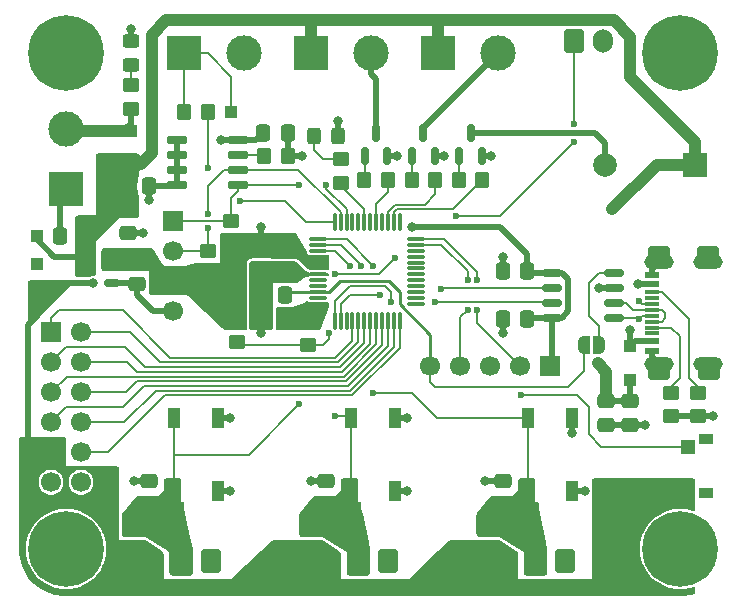
<source format=gbr>
%TF.GenerationSoftware,KiCad,Pcbnew,9.0.3*%
%TF.CreationDate,2025-07-30T10:18:58+02:00*%
%TF.ProjectId,Filament dryer oven control board,46696c61-6d65-46e7-9420-647279657220,1.0*%
%TF.SameCoordinates,Original*%
%TF.FileFunction,Copper,L1,Top*%
%TF.FilePolarity,Positive*%
%FSLAX46Y46*%
G04 Gerber Fmt 4.6, Leading zero omitted, Abs format (unit mm)*
G04 Created by KiCad (PCBNEW 9.0.3) date 2025-07-30 10:18:58*
%MOMM*%
%LPD*%
G01*
G04 APERTURE LIST*
G04 Aperture macros list*
%AMRoundRect*
0 Rectangle with rounded corners*
0 $1 Rounding radius*
0 $2 $3 $4 $5 $6 $7 $8 $9 X,Y pos of 4 corners*
0 Add a 4 corners polygon primitive as box body*
4,1,4,$2,$3,$4,$5,$6,$7,$8,$9,$2,$3,0*
0 Add four circle primitives for the rounded corners*
1,1,$1+$1,$2,$3*
1,1,$1+$1,$4,$5*
1,1,$1+$1,$6,$7*
1,1,$1+$1,$8,$9*
0 Add four rect primitives between the rounded corners*
20,1,$1+$1,$2,$3,$4,$5,0*
20,1,$1+$1,$4,$5,$6,$7,0*
20,1,$1+$1,$6,$7,$8,$9,0*
20,1,$1+$1,$8,$9,$2,$3,0*%
%AMFreePoly0*
4,1,23,0.500000,-0.750000,0.000000,-0.750000,0.000000,-0.745722,-0.065263,-0.745722,-0.191342,-0.711940,-0.304381,-0.646677,-0.396677,-0.554381,-0.461940,-0.441342,-0.495722,-0.315263,-0.495722,-0.250000,-0.500000,-0.250000,-0.500000,0.250000,-0.495722,0.250000,-0.495722,0.315263,-0.461940,0.441342,-0.396677,0.554381,-0.304381,0.646677,-0.191342,0.711940,-0.065263,0.745722,0.000000,0.745722,
0.000000,0.750000,0.500000,0.750000,0.500000,-0.750000,0.500000,-0.750000,$1*%
%AMFreePoly1*
4,1,23,0.000000,0.745722,0.065263,0.745722,0.191342,0.711940,0.304381,0.646677,0.396677,0.554381,0.461940,0.441342,0.495722,0.315263,0.495722,0.250000,0.500000,0.250000,0.500000,-0.250000,0.495722,-0.250000,0.495722,-0.315263,0.461940,-0.441342,0.396677,-0.554381,0.304381,-0.646677,0.191342,-0.711940,0.065263,-0.745722,0.000000,-0.745722,0.000000,-0.750000,-0.500000,-0.750000,
-0.500000,0.750000,0.000000,0.750000,0.000000,0.745722,0.000000,0.745722,$1*%
G04 Aperture macros list end*
%TA.AperFunction,SMDPad,CuDef*%
%ADD10R,1.150000X0.600000*%
%TD*%
%TA.AperFunction,SMDPad,CuDef*%
%ADD11R,1.150000X0.300000*%
%TD*%
%TA.AperFunction,SMDPad,CuDef*%
%ADD12RoundRect,0.250000X0.687500X0.250000X-0.687500X0.250000X-0.687500X-0.250000X0.687500X-0.250000X0*%
%TD*%
%TA.AperFunction,ComponentPad*%
%ADD13O,2.500000X1.250000*%
%TD*%
%TA.AperFunction,ComponentPad*%
%ADD14C,0.800000*%
%TD*%
%TA.AperFunction,ComponentPad*%
%ADD15C,6.400000*%
%TD*%
%TA.AperFunction,SMDPad,CuDef*%
%ADD16RoundRect,0.250000X0.337500X0.475000X-0.337500X0.475000X-0.337500X-0.475000X0.337500X-0.475000X0*%
%TD*%
%TA.AperFunction,SMDPad,CuDef*%
%ADD17RoundRect,0.250000X-0.450000X0.350000X-0.450000X-0.350000X0.450000X-0.350000X0.450000X0.350000X0*%
%TD*%
%TA.AperFunction,ComponentPad*%
%ADD18R,1.000000X1.000000*%
%TD*%
%TA.AperFunction,ComponentPad*%
%ADD19R,1.700000X1.700000*%
%TD*%
%TA.AperFunction,ComponentPad*%
%ADD20C,1.700000*%
%TD*%
%TA.AperFunction,SMDPad,CuDef*%
%ADD21R,1.300000X1.200000*%
%TD*%
%TA.AperFunction,SMDPad,CuDef*%
%ADD22R,1.200000X0.900000*%
%TD*%
%TA.AperFunction,SMDPad,CuDef*%
%ADD23RoundRect,0.150000X0.150000X-0.587500X0.150000X0.587500X-0.150000X0.587500X-0.150000X-0.587500X0*%
%TD*%
%TA.AperFunction,SMDPad,CuDef*%
%ADD24RoundRect,0.250000X0.300000X-0.300000X0.300000X0.300000X-0.300000X0.300000X-0.300000X-0.300000X0*%
%TD*%
%TA.AperFunction,SMDPad,CuDef*%
%ADD25RoundRect,0.250000X0.450000X-0.350000X0.450000X0.350000X-0.450000X0.350000X-0.450000X-0.350000X0*%
%TD*%
%TA.AperFunction,SMDPad,CuDef*%
%ADD26RoundRect,0.150000X0.512500X0.150000X-0.512500X0.150000X-0.512500X-0.150000X0.512500X-0.150000X0*%
%TD*%
%TA.AperFunction,ComponentPad*%
%ADD27R,3.000000X3.000000*%
%TD*%
%TA.AperFunction,ComponentPad*%
%ADD28C,3.000000*%
%TD*%
%TA.AperFunction,SMDPad,CuDef*%
%ADD29RoundRect,0.250000X0.325000X0.450000X-0.325000X0.450000X-0.325000X-0.450000X0.325000X-0.450000X0*%
%TD*%
%TA.AperFunction,ComponentPad*%
%ADD30R,2.000000X2.000000*%
%TD*%
%TA.AperFunction,ComponentPad*%
%ADD31C,2.000000*%
%TD*%
%TA.AperFunction,SMDPad,CuDef*%
%ADD32RoundRect,0.250000X-0.475000X0.337500X-0.475000X-0.337500X0.475000X-0.337500X0.475000X0.337500X0*%
%TD*%
%TA.AperFunction,SMDPad,CuDef*%
%ADD33RoundRect,0.250000X0.350000X0.450000X-0.350000X0.450000X-0.350000X-0.450000X0.350000X-0.450000X0*%
%TD*%
%TA.AperFunction,SMDPad,CuDef*%
%ADD34R,1.100000X1.800000*%
%TD*%
%TA.AperFunction,SMDPad,CuDef*%
%ADD35RoundRect,0.250000X-0.337500X-0.475000X0.337500X-0.475000X0.337500X0.475000X-0.337500X0.475000X0*%
%TD*%
%TA.AperFunction,ComponentPad*%
%ADD36RoundRect,0.250000X0.600000X0.750000X-0.600000X0.750000X-0.600000X-0.750000X0.600000X-0.750000X0*%
%TD*%
%TA.AperFunction,ComponentPad*%
%ADD37O,1.700000X2.000000*%
%TD*%
%TA.AperFunction,SMDPad,CuDef*%
%ADD38RoundRect,0.250000X-0.450000X0.325000X-0.450000X-0.325000X0.450000X-0.325000X0.450000X0.325000X0*%
%TD*%
%TA.AperFunction,ComponentPad*%
%ADD39RoundRect,0.250000X-0.600000X-0.750000X0.600000X-0.750000X0.600000X0.750000X-0.600000X0.750000X0*%
%TD*%
%TA.AperFunction,SMDPad,CuDef*%
%ADD40RoundRect,0.250000X-0.350000X-0.450000X0.350000X-0.450000X0.350000X0.450000X-0.350000X0.450000X0*%
%TD*%
%TA.AperFunction,SMDPad,CuDef*%
%ADD41RoundRect,0.250000X0.475000X-0.337500X0.475000X0.337500X-0.475000X0.337500X-0.475000X-0.337500X0*%
%TD*%
%TA.AperFunction,SMDPad,CuDef*%
%ADD42RoundRect,0.150000X0.675000X0.150000X-0.675000X0.150000X-0.675000X-0.150000X0.675000X-0.150000X0*%
%TD*%
%TA.AperFunction,SMDPad,CuDef*%
%ADD43RoundRect,0.150000X-0.725000X-0.150000X0.725000X-0.150000X0.725000X0.150000X-0.725000X0.150000X0*%
%TD*%
%TA.AperFunction,SMDPad,CuDef*%
%ADD44RoundRect,0.075000X-0.662500X-0.075000X0.662500X-0.075000X0.662500X0.075000X-0.662500X0.075000X0*%
%TD*%
%TA.AperFunction,SMDPad,CuDef*%
%ADD45RoundRect,0.075000X-0.075000X-0.662500X0.075000X-0.662500X0.075000X0.662500X-0.075000X0.662500X0*%
%TD*%
%TA.AperFunction,SMDPad,CuDef*%
%ADD46FreePoly0,0.000000*%
%TD*%
%TA.AperFunction,SMDPad,CuDef*%
%ADD47FreePoly1,0.000000*%
%TD*%
%TA.AperFunction,ViaPad*%
%ADD48C,0.800000*%
%TD*%
%TA.AperFunction,ViaPad*%
%ADD49C,0.600000*%
%TD*%
%TA.AperFunction,Conductor*%
%ADD50C,0.500000*%
%TD*%
%TA.AperFunction,Conductor*%
%ADD51C,1.000000*%
%TD*%
%TA.AperFunction,Conductor*%
%ADD52C,0.250000*%
%TD*%
%TA.AperFunction,Conductor*%
%ADD53C,0.200000*%
%TD*%
G04 APERTURE END LIST*
D10*
%TO.P,J1,1,GND_1*%
%TO.N,GND*%
X153632500Y-79200000D03*
%TO.P,J1,2,VBUS*%
%TO.N,/VBUS*%
X153632500Y-78400000D03*
D11*
%TO.P,J1,3,SBU2*%
%TO.N,unconnected-(J1-SBU2-Pad3)*%
X153632500Y-77750000D03*
%TO.P,J1,4,CC1*%
%TO.N,/CC1*%
X153632500Y-77250000D03*
%TO.P,J1,5,DN2*%
%TO.N,/D-*%
X153632500Y-76750000D03*
%TO.P,J1,6,DP1*%
%TO.N,/D+*%
X153632500Y-76250000D03*
%TO.P,J1,7,DN1*%
%TO.N,/D-*%
X153632500Y-75750000D03*
%TO.P,J1,8,DP2*%
%TO.N,/D+*%
X153632500Y-75250000D03*
%TO.P,J1,9,SBU1*%
%TO.N,unconnected-(J1-SBU1-Pad9)*%
X153632500Y-74750000D03*
%TO.P,J1,10,CC2*%
%TO.N,/CC2*%
X153632500Y-74250000D03*
D10*
%TO.P,J1,11,VBUS*%
%TO.N,/VBUS*%
X153632500Y-73600000D03*
%TO.P,J1,12,GND_2*%
%TO.N,GND*%
X153632500Y-72800000D03*
D12*
%TO.P,J1,13,SHIELD*%
X154187500Y-81150000D03*
X158437500Y-81150000D03*
D13*
X154207500Y-80320000D03*
X158387500Y-80320000D03*
X154207500Y-71680000D03*
X158387500Y-71680000D03*
D12*
X154237500Y-70850000D03*
X158387500Y-70850000D03*
%TD*%
D14*
%TO.P,H2,1*%
%TO.N,N/C*%
X153600000Y-54000000D03*
X154302944Y-52302944D03*
X154302944Y-55697056D03*
X156000000Y-51600000D03*
D15*
X156000000Y-54000000D03*
D14*
X156000000Y-56400000D03*
X157697056Y-52302944D03*
X157697056Y-55697056D03*
X158400000Y-54000000D03*
%TD*%
D16*
%TO.P,C8,1*%
%TO.N,+5V*%
X105537500Y-69500000D03*
%TO.P,C8,2*%
%TO.N,GND*%
X103462500Y-69500000D03*
%TD*%
D17*
%TO.P,R14,1*%
%TO.N,+3V3*%
X118500000Y-76500000D03*
%TO.P,R14,2*%
%TO.N,Net-(J11-Pin_1)*%
X118500000Y-78500000D03*
%TD*%
D18*
%TO.P,TP1,1,1*%
%TO.N,/HEATER_CONN*%
X118000000Y-59000000D03*
%TD*%
D17*
%TO.P,R13,1*%
%TO.N,/NTC*%
X124500000Y-76750000D03*
%TO.P,R13,2*%
%TO.N,Net-(J11-Pin_1)*%
X124500000Y-78750000D03*
%TD*%
D19*
%TO.P,J2,1,Pin_1*%
%TO.N,+3V3*%
X145000000Y-80500000D03*
D20*
%TO.P,J2,2,Pin_2*%
%TO.N,/SWCLK{slash}BOOT0*%
X142460000Y-80500000D03*
%TO.P,J2,3,Pin_3*%
%TO.N,GND*%
X139920000Y-80500000D03*
%TO.P,J2,4,Pin_4*%
%TO.N,/SWDIO*%
X137380000Y-80500000D03*
%TO.P,J2,5,Pin_5*%
%TO.N,/NRST*%
X134840000Y-80500000D03*
%TD*%
D14*
%TO.P,H3,1*%
%TO.N,N/C*%
X153600000Y-96000000D03*
X154302944Y-94302944D03*
X154302944Y-97697056D03*
X156000000Y-93600000D03*
D15*
X156000000Y-96000000D03*
D14*
X156000000Y-98400000D03*
X157697056Y-94302944D03*
X157697056Y-97697056D03*
X158400000Y-96000000D03*
%TD*%
D21*
%TO.P,SW1,1,1*%
%TO.N,/SWCLK{slash}BOOT0*%
X156656500Y-87325000D03*
%TO.P,SW1,2,2*%
%TO.N,+3V3*%
X156656500Y-90675000D03*
D22*
%TO.P,SW1,3*%
%TO.N,N/C*%
X158206500Y-86700000D03*
%TO.P,SW1,4*%
X158206500Y-91300000D03*
%TD*%
D16*
%TO.P,C7,1*%
%TO.N,+3V3*%
X143037500Y-76500000D03*
%TO.P,C7,2*%
%TO.N,GND*%
X140962500Y-76500000D03*
%TD*%
D23*
%TO.P,Q3,1,G*%
%TO.N,/G3*%
X133300000Y-62687500D03*
%TO.P,Q3,2,S*%
%TO.N,GND*%
X135200000Y-62687500D03*
%TO.P,Q3,3,D*%
%TO.N,/LED_HEATER_DRAIN*%
X134250000Y-60812500D03*
%TD*%
D24*
%TO.P,D3,1,K*%
%TO.N,+5V*%
X109500000Y-63400000D03*
%TO.P,D3,2,A*%
%TO.N,/PW+*%
X109500000Y-60600000D03*
%TD*%
D25*
%TO.P,R11,1*%
%TO.N,+3V3*%
X124750000Y-96000000D03*
%TO.P,R11,2*%
%TO.N,/BUTTON2*%
X124750000Y-94000000D03*
%TD*%
%TO.P,R16,1*%
%TO.N,/PW+*%
X109500000Y-58750000D03*
%TO.P,R16,2*%
%TO.N,Net-(D4-A)*%
X109500000Y-56750000D03*
%TD*%
D26*
%TO.P,U3,1,GND*%
%TO.N,GND*%
X107887500Y-73450000D03*
%TO.P,U3,2,VO*%
%TO.N,+3V3*%
X107887500Y-71550000D03*
%TO.P,U3,3,VI*%
%TO.N,+5V*%
X105612500Y-72500000D03*
%TD*%
D17*
%TO.P,R2,1*%
%TO.N,/CC2*%
X157500000Y-82750000D03*
%TO.P,R2,2*%
%TO.N,GND*%
X157500000Y-84750000D03*
%TD*%
D19*
%TO.P,J10,1,Pin_1*%
%TO.N,/AUX_SPI_SCK*%
X102725000Y-77650000D03*
D20*
%TO.P,J10,2,Pin_2*%
%TO.N,/AUX_SPI_MISO*%
X105265000Y-77650000D03*
%TO.P,J10,3,Pin_3*%
%TO.N,/AUX_SPI_MOSI*%
X102725000Y-80190000D03*
%TO.P,J10,4,Pin_4*%
%TO.N,/AUX_0*%
X105265000Y-80190000D03*
%TO.P,J10,5,Pin_5*%
%TO.N,/AUX_1*%
X102725000Y-82730000D03*
%TO.P,J10,6,Pin_6*%
%TO.N,/AUX_2*%
X105265000Y-82730000D03*
%TO.P,J10,7,Pin_7*%
%TO.N,/AUX_10*%
X102725000Y-85270000D03*
%TO.P,J10,8,Pin_8*%
%TO.N,/AUX_11*%
X105265000Y-85270000D03*
%TO.P,J10,9,Pin_9*%
%TO.N,+3V3*%
X102725000Y-87810000D03*
%TO.P,J10,10,Pin_10*%
%TO.N,/AUX_12*%
X105265000Y-87810000D03*
%TO.P,J10,11,Pin_11*%
%TO.N,GND*%
X102725000Y-90350000D03*
%TO.P,J10,12,Pin_12*%
X105265000Y-90350000D03*
%TD*%
D16*
%TO.P,C1,1*%
%TO.N,/NRST*%
X122537500Y-74500000D03*
%TO.P,C1,2*%
%TO.N,GND*%
X120462500Y-74500000D03*
%TD*%
D14*
%TO.P,H4,1*%
%TO.N,N/C*%
X101600000Y-96000000D03*
X102302944Y-94302944D03*
X102302944Y-97697056D03*
X104000000Y-93600000D03*
D15*
X104000000Y-96000000D03*
D14*
X104000000Y-98400000D03*
X105697056Y-94302944D03*
X105697056Y-97697056D03*
X106400000Y-96000000D03*
%TD*%
%TO.P,H1,1*%
%TO.N,N/C*%
X101600000Y-54000000D03*
X102302944Y-52302944D03*
X102302944Y-55697056D03*
X104000000Y-51600000D03*
D15*
X104000000Y-54000000D03*
D14*
X104000000Y-56400000D03*
X105697056Y-52302944D03*
X105697056Y-55697056D03*
X106400000Y-54000000D03*
%TD*%
D27*
%TO.P,J5,1,Pin_1*%
%TO.N,+5V*%
X124750000Y-54000000D03*
D28*
%TO.P,J5,2,Pin_2*%
%TO.N,/LED_LIGHT_DRAIN*%
X129830000Y-54000000D03*
%TD*%
D29*
%TO.P,D1,1,K*%
%TO.N,GND*%
X127025000Y-61000000D03*
%TO.P,D1,2,A*%
%TO.N,Net-(D1-A)*%
X124975000Y-61000000D03*
%TD*%
D19*
%TO.P,U5,1,SDA*%
%TO.N,/I2C_SDA*%
X113025000Y-68200000D03*
D20*
%TO.P,U5,2,SCL*%
%TO.N,/I2C_SCL*%
X113025000Y-70740000D03*
%TO.P,U5,3,VCC*%
%TO.N,+3V3*%
X113025000Y-73280000D03*
%TO.P,U5,4,GND*%
%TO.N,GND*%
X113025000Y-75820000D03*
%TD*%
D18*
%TO.P,TP3,1,1*%
%TO.N,+5V*%
X101500000Y-69500000D03*
%TD*%
D30*
%TO.P,BZ1,1,+*%
%TO.N,+5V*%
X157250000Y-63500000D03*
D31*
%TO.P,BZ1,2,-*%
%TO.N,/BUZZER_DRAIN*%
X149650000Y-63500000D03*
%TD*%
D32*
%TO.P,C5,1*%
%TO.N,+3V3*%
X120500000Y-70462500D03*
%TO.P,C5,2*%
%TO.N,GND*%
X120500000Y-72537500D03*
%TD*%
D23*
%TO.P,Q2,1,G*%
%TO.N,/G2*%
X129300000Y-62687500D03*
%TO.P,Q2,2,S*%
%TO.N,GND*%
X131200000Y-62687500D03*
%TO.P,Q2,3,D*%
%TO.N,/LED_LIGHT_DRAIN*%
X130250000Y-60812500D03*
%TD*%
D33*
%TO.P,R9,1*%
%TO.N,/LED_HEATER*%
X135250000Y-64750000D03*
%TO.P,R9,2*%
%TO.N,/G3*%
X133250000Y-64750000D03*
%TD*%
D17*
%TO.P,R3,1*%
%TO.N,/CC1*%
X155250000Y-82750000D03*
%TO.P,R3,2*%
%TO.N,GND*%
X155250000Y-84750000D03*
%TD*%
D32*
%TO.P,C2,1*%
%TO.N,+5V*%
X151750000Y-83462500D03*
%TO.P,C2,2*%
%TO.N,GND*%
X151750000Y-85537500D03*
%TD*%
D25*
%TO.P,R5,1*%
%TO.N,+3V3*%
X118000000Y-70250000D03*
%TO.P,R5,2*%
%TO.N,/I2C_SDA*%
X118000000Y-68250000D03*
%TD*%
D34*
%TO.P,SW2,1,1*%
%TO.N,/BUTTON1*%
X113150000Y-91100000D03*
X113150000Y-84900000D03*
%TO.P,SW2,2,2*%
%TO.N,GND*%
X116850000Y-91100000D03*
X116850000Y-84900000D03*
%TD*%
D35*
%TO.P,C15,1*%
%TO.N,+3V3*%
X120712500Y-60750000D03*
%TO.P,C15,2*%
%TO.N,GND*%
X122787500Y-60750000D03*
%TD*%
D36*
%TO.P,J8,1,Pin_1*%
%TO.N,GND*%
X131250000Y-97025000D03*
D37*
%TO.P,J8,2,Pin_2*%
%TO.N,/BUTTON2*%
X128750000Y-97025000D03*
%TD*%
D36*
%TO.P,J7,1,Pin_1*%
%TO.N,GND*%
X116250000Y-97025000D03*
D37*
%TO.P,J7,2,Pin_2*%
%TO.N,/BUTTON1*%
X113750000Y-97025000D03*
%TD*%
D38*
%TO.P,D4,1,K*%
%TO.N,GND*%
X109500000Y-52975000D03*
%TO.P,D4,2,A*%
%TO.N,Net-(D4-A)*%
X109500000Y-55025000D03*
%TD*%
D34*
%TO.P,SW4,1,1*%
%TO.N,/BUTTON3*%
X143150000Y-91100000D03*
X143150000Y-84900000D03*
%TO.P,SW4,2,2*%
%TO.N,GND*%
X146850000Y-91100000D03*
X146850000Y-84900000D03*
%TD*%
D32*
%TO.P,C3,1*%
%TO.N,+3V3*%
X122500000Y-70462500D03*
%TO.P,C3,2*%
%TO.N,GND*%
X122500000Y-72537500D03*
%TD*%
D39*
%TO.P,J11,1,Pin_1*%
%TO.N,Net-(J11-Pin_1)*%
X147000000Y-52975000D03*
D37*
%TO.P,J11,2,Pin_2*%
%TO.N,GND*%
X149500000Y-52975000D03*
%TD*%
D40*
%TO.P,R15,1*%
%TO.N,/WP*%
X120750000Y-62750000D03*
%TO.P,R15,2*%
%TO.N,GND*%
X122750000Y-62750000D03*
%TD*%
D25*
%TO.P,R6,1*%
%TO.N,+3V3*%
X116000000Y-72750000D03*
%TO.P,R6,2*%
%TO.N,/I2C_SCL*%
X116000000Y-70750000D03*
%TD*%
D27*
%TO.P,J4,1,Pin_1*%
%TO.N,GND*%
X104000000Y-65540000D03*
D28*
%TO.P,J4,2,Pin_2*%
%TO.N,/PW+*%
X104000000Y-60460000D03*
%TD*%
D18*
%TO.P,TP4,1,1*%
%TO.N,+3V3*%
X101500000Y-74250000D03*
%TD*%
D32*
%TO.P,C11,1*%
%TO.N,+5V*%
X109250000Y-67212500D03*
%TO.P,C11,2*%
%TO.N,GND*%
X109250000Y-69287500D03*
%TD*%
D41*
%TO.P,C14,1*%
%TO.N,/BUTTON3*%
X141000000Y-92287500D03*
%TO.P,C14,2*%
%TO.N,GND*%
X141000000Y-90212500D03*
%TD*%
D25*
%TO.P,R12,1*%
%TO.N,+3V3*%
X139750000Y-96000000D03*
%TO.P,R12,2*%
%TO.N,/BUTTON3*%
X139750000Y-94000000D03*
%TD*%
D16*
%TO.P,C16,1*%
%TO.N,/NTC*%
X122537500Y-76500000D03*
%TO.P,C16,2*%
%TO.N,GND*%
X120462500Y-76500000D03*
%TD*%
D34*
%TO.P,SW3,1,1*%
%TO.N,/BUTTON2*%
X128150000Y-91100000D03*
X128150000Y-84900000D03*
%TO.P,SW3,2,2*%
%TO.N,GND*%
X131850000Y-91100000D03*
X131850000Y-84900000D03*
%TD*%
D32*
%TO.P,C10,1*%
%TO.N,+3V3*%
X110000000Y-71462500D03*
%TO.P,C10,2*%
%TO.N,GND*%
X110000000Y-73537500D03*
%TD*%
D27*
%TO.P,J6,1,Pin_1*%
%TO.N,+5V*%
X135500000Y-54000000D03*
D28*
%TO.P,J6,2,Pin_2*%
%TO.N,/LED_HEATER_DRAIN*%
X140580000Y-54000000D03*
%TD*%
D24*
%TO.P,D2,1,K*%
%TO.N,+5V*%
X151750000Y-81650000D03*
%TO.P,D2,2,A*%
%TO.N,/VBUS*%
X151750000Y-78850000D03*
%TD*%
D33*
%TO.P,R4,1*%
%TO.N,/HEATER*%
X116000000Y-59000000D03*
%TO.P,R4,2*%
%TO.N,/HEATER_CONN*%
X114000000Y-59000000D03*
%TD*%
D42*
%TO.P,U2,1,UD+*%
%TO.N,/D+*%
X150375000Y-76405000D03*
%TO.P,U2,2,UD-*%
%TO.N,/D-*%
X150375000Y-75135000D03*
%TO.P,U2,3,GND*%
%TO.N,GND*%
X150375000Y-73865000D03*
%TO.P,U2,4,RTS#*%
%TO.N,/RST#*%
X150375000Y-72595000D03*
%TO.P,U2,5,VCC*%
%TO.N,+3V3*%
X145125000Y-72595000D03*
%TO.P,U2,6,TXD*%
%TO.N,/UART_RX*%
X145125000Y-73865000D03*
%TO.P,U2,7,RXD*%
%TO.N,/UART_TX*%
X145125000Y-75135000D03*
%TO.P,U2,8,V3*%
%TO.N,+3V3*%
X145125000Y-76405000D03*
%TD*%
D35*
%TO.P,C9,1*%
%TO.N,+5V*%
X108962500Y-65250000D03*
%TO.P,C9,2*%
%TO.N,GND*%
X111037500Y-65250000D03*
%TD*%
D43*
%TO.P,U4,1,A0*%
%TO.N,GND*%
X113425000Y-61345000D03*
%TO.P,U4,2,A1*%
X113425000Y-62615000D03*
%TO.P,U4,3,A2*%
X113425000Y-63885000D03*
%TO.P,U4,4,GND*%
X113425000Y-65155000D03*
%TO.P,U4,5,SDA*%
%TO.N,/I2C_SDA*%
X118575000Y-65155000D03*
%TO.P,U4,6,SCL*%
%TO.N,/I2C_SCL*%
X118575000Y-63885000D03*
%TO.P,U4,7,WP*%
%TO.N,/WP*%
X118575000Y-62615000D03*
%TO.P,U4,8,VCC*%
%TO.N,+3V3*%
X118575000Y-61345000D03*
%TD*%
D18*
%TO.P,TP2,1,1*%
%TO.N,GND*%
X101500000Y-71900000D03*
%TD*%
D41*
%TO.P,C12,1*%
%TO.N,/BUTTON1*%
X111000000Y-92287500D03*
%TO.P,C12,2*%
%TO.N,GND*%
X111000000Y-90212500D03*
%TD*%
D44*
%TO.P,U1,1,PC13*%
%TO.N,/BUTTON3*%
X125337500Y-69750000D03*
%TO.P,U1,2,PC14*%
%TO.N,/BUTTON2*%
X125337500Y-70250000D03*
%TO.P,U1,3,PC15*%
%TO.N,/BUTTON1*%
X125337500Y-70750000D03*
%TO.P,U1,4,VBAT*%
%TO.N,+3V3*%
X125337500Y-71250000D03*
%TO.P,U1,5,VREF+*%
X125337500Y-71750000D03*
%TO.P,U1,6,VDD*%
X125337500Y-72250000D03*
%TO.P,U1,7,VSS*%
%TO.N,GND*%
X125337500Y-72750000D03*
%TO.P,U1,8,PF0*%
%TO.N,unconnected-(U1-PF0-Pad8)*%
X125337500Y-73250000D03*
%TO.P,U1,9,PF1*%
%TO.N,unconnected-(U1-PF1-Pad9)*%
X125337500Y-73750000D03*
%TO.P,U1,10,NRST*%
%TO.N,/NRST*%
X125337500Y-74250000D03*
%TO.P,U1,11,PA0*%
%TO.N,unconnected-(U1-PA0-Pad11)*%
X125337500Y-74750000D03*
%TO.P,U1,12,ADC1_IN1*%
%TO.N,/NTC*%
X125337500Y-75250000D03*
D45*
%TO.P,U1,13,USART2_TX*%
%TO.N,/UART_TX*%
X126750000Y-76662500D03*
%TO.P,U1,14,USART2_RX*%
%TO.N,/UART_RX*%
X127250000Y-76662500D03*
%TO.P,U1,15,TIM14_CH1*%
%TO.N,unconnected-(U1-PA4-Pad15)*%
X127750000Y-76662500D03*
%TO.P,U1,16,SPI1_SCK*%
%TO.N,/AUX_SPI_SCK*%
X128250000Y-76662500D03*
%TO.P,U1,17,SPI1_MISO*%
%TO.N,/AUX_SPI_MISO*%
X128750000Y-76662500D03*
%TO.P,U1,18,SPI1_MOSI*%
%TO.N,/AUX_SPI_MOSI*%
X129250000Y-76662500D03*
%TO.P,U1,19,PB0*%
%TO.N,/AUX_0*%
X129750000Y-76662500D03*
%TO.P,U1,20,PB1*%
%TO.N,/AUX_1*%
X130250000Y-76662500D03*
%TO.P,U1,21,PB2*%
%TO.N,/AUX_2*%
X130750000Y-76662500D03*
%TO.P,U1,22,PB10*%
%TO.N,/AUX_10*%
X131250000Y-76662500D03*
%TO.P,U1,23,PB11*%
%TO.N,/AUX_11*%
X131750000Y-76662500D03*
%TO.P,U1,24,PB12*%
%TO.N,/AUX_12*%
X132250000Y-76662500D03*
D44*
%TO.P,U1,25,PB13*%
%TO.N,unconnected-(U1-PB13-Pad25)*%
X133662500Y-75250000D03*
%TO.P,U1,26,PB14*%
%TO.N,unconnected-(U1-PB14-Pad26)*%
X133662500Y-74750000D03*
%TO.P,U1,27,PB15*%
%TO.N,unconnected-(U1-PB15-Pad27)*%
X133662500Y-74250000D03*
%TO.P,U1,28,PA8*%
%TO.N,unconnected-(U1-PA8-Pad28)*%
X133662500Y-73750000D03*
%TO.P,U1,29,PA9*%
%TO.N,unconnected-(U1-PA9-Pad29)*%
X133662500Y-73250000D03*
%TO.P,U1,30,PC6*%
%TO.N,unconnected-(U1-PC6-Pad30)*%
X133662500Y-72750000D03*
%TO.P,U1,31,PC7*%
%TO.N,unconnected-(U1-PC7-Pad31)*%
X133662500Y-72250000D03*
%TO.P,U1,32,PA10*%
%TO.N,unconnected-(U1-PA10-Pad32)*%
X133662500Y-71750000D03*
%TO.P,U1,33,PA9/PA11*%
%TO.N,unconnected-(U1-PA9{slash}PA11-Pad33)*%
X133662500Y-71250000D03*
%TO.P,U1,34,PA10/PA12*%
%TO.N,unconnected-(U1-PA10{slash}PA12-Pad34)*%
X133662500Y-70750000D03*
%TO.P,U1,35,SYS_SWDIO*%
%TO.N,/SWDIO*%
X133662500Y-70250000D03*
%TO.P,U1,36,SYS_SWCLK*%
%TO.N,/SWCLK{slash}BOOT0*%
X133662500Y-69750000D03*
D45*
%TO.P,U1,37,PA15*%
%TO.N,unconnected-(U1-PA15-Pad37)*%
X132250000Y-68337500D03*
%TO.P,U1,38,TIM16_CH1*%
%TO.N,/BUZZER*%
X131750000Y-68337500D03*
%TO.P,U1,39,PD1*%
%TO.N,/LED_HEATER*%
X131250000Y-68337500D03*
%TO.P,U1,40,PD2*%
%TO.N,unconnected-(U1-PD2-Pad40)*%
X130750000Y-68337500D03*
%TO.P,U1,41,PD3*%
%TO.N,/LED_LIGHT*%
X130250000Y-68337500D03*
%TO.P,U1,42,PB3*%
%TO.N,unconnected-(U1-PB3-Pad42)*%
X129750000Y-68337500D03*
%TO.P,U1,43,PB4*%
%TO.N,/LED_ALIVE*%
X129250000Y-68337500D03*
%TO.P,U1,44,PB5*%
%TO.N,unconnected-(U1-PB5-Pad44)*%
X128750000Y-68337500D03*
%TO.P,U1,45,PB6*%
%TO.N,unconnected-(U1-PB6-Pad45)*%
X128250000Y-68337500D03*
%TO.P,U1,46,I2C1_SDA*%
%TO.N,/I2C_SDA*%
X127750000Y-68337500D03*
%TO.P,U1,47,I2C1_SCL*%
%TO.N,/I2C_SCL*%
X127250000Y-68337500D03*
%TO.P,U1,48,TIM17_CH1*%
%TO.N,/HEATER*%
X126750000Y-68337500D03*
%TD*%
D16*
%TO.P,C6,1*%
%TO.N,+3V3*%
X143037500Y-72500000D03*
%TO.P,C6,2*%
%TO.N,GND*%
X140962500Y-72500000D03*
%TD*%
D27*
%TO.P,J3,1,Pin_1*%
%TO.N,/HEATER_CONN*%
X114000000Y-54000000D03*
D28*
%TO.P,J3,2,Pin_2*%
%TO.N,GND*%
X119080000Y-54000000D03*
%TD*%
D46*
%TO.P,JP1,1,A*%
%TO.N,/NRST*%
X147850000Y-78750000D03*
D47*
%TO.P,JP1,2,B*%
%TO.N,/RST#*%
X149150000Y-78750000D03*
%TD*%
D33*
%TO.P,R7,1*%
%TO.N,/BUZZER*%
X139250000Y-64750000D03*
%TO.P,R7,2*%
%TO.N,/G1*%
X137250000Y-64750000D03*
%TD*%
%TO.P,R8,1*%
%TO.N,/LED_LIGHT*%
X131250000Y-64750000D03*
%TO.P,R8,2*%
%TO.N,/G2*%
X129250000Y-64750000D03*
%TD*%
D41*
%TO.P,C13,1*%
%TO.N,/BUTTON2*%
X126000000Y-92287500D03*
%TO.P,C13,2*%
%TO.N,GND*%
X126000000Y-90212500D03*
%TD*%
D23*
%TO.P,Q1,1,G*%
%TO.N,/G1*%
X137300000Y-62687500D03*
%TO.P,Q1,2,S*%
%TO.N,GND*%
X139200000Y-62687500D03*
%TO.P,Q1,3,D*%
%TO.N,/BUZZER_DRAIN*%
X138250000Y-60812500D03*
%TD*%
D36*
%TO.P,J9,1,Pin_1*%
%TO.N,GND*%
X146250000Y-97025000D03*
D37*
%TO.P,J9,2,Pin_2*%
%TO.N,/BUTTON3*%
X143750000Y-97025000D03*
%TD*%
D25*
%TO.P,R1,1*%
%TO.N,/LED_ALIVE*%
X127250000Y-65000000D03*
%TO.P,R1,2*%
%TO.N,Net-(D1-A)*%
X127250000Y-63000000D03*
%TD*%
%TO.P,R10,1*%
%TO.N,+3V3*%
X109750000Y-96000000D03*
%TO.P,R10,2*%
%TO.N,/BUTTON1*%
X109750000Y-94000000D03*
%TD*%
D32*
%TO.P,C4,1*%
%TO.N,+5V*%
X149750000Y-83462500D03*
%TO.P,C4,2*%
%TO.N,GND*%
X149750000Y-85537500D03*
%TD*%
D48*
%TO.N,+5V*%
X149000000Y-80250000D03*
X150250000Y-67250000D03*
%TO.N,GND*%
X141000000Y-77750000D03*
X132900000Y-84900000D03*
X117850000Y-91100000D03*
X140962500Y-71287500D03*
X136000000Y-62750000D03*
X146850000Y-86150000D03*
X110500000Y-69287500D03*
X124750000Y-90212500D03*
X147900000Y-91100000D03*
X140000000Y-62750000D03*
X111037500Y-66462500D03*
X153000000Y-85500000D03*
X127000000Y-59750000D03*
X158750000Y-84750000D03*
X132900000Y-91100000D03*
X117900000Y-84900000D03*
X120462500Y-77712500D03*
X149135000Y-73865000D03*
X132000000Y-62750000D03*
X124000000Y-62750000D03*
X139500000Y-90212500D03*
X109750000Y-90212500D03*
X109500000Y-52000000D03*
%TO.N,+3V3*%
X120500000Y-68750000D03*
X106250000Y-73500000D03*
X117100000Y-61345000D03*
X133250000Y-68750000D03*
D49*
%TO.N,/BUTTON1*%
X128000000Y-72000000D03*
X123750000Y-83750000D03*
%TO.N,/BUTTON2*%
X126750000Y-84750000D03*
X129000000Y-72000000D03*
%TO.N,/BUTTON3*%
X130000000Y-82750000D03*
X130000000Y-72000000D03*
D48*
%TO.N,/VBUS*%
X151750000Y-77500000D03*
X152400000Y-73600000D03*
D49*
%TO.N,/D+*%
X152500000Y-76500000D03*
X152500000Y-75000000D03*
%TO.N,/SWCLK{slash}BOOT0*%
X142500000Y-83000000D03*
X138800003Y-73250000D03*
X138800003Y-75750000D03*
%TO.N,/SWDIO*%
X138000000Y-73250000D03*
X138000000Y-75750000D03*
%TO.N,Net-(J11-Pin_1)*%
X147000000Y-61562500D03*
X126750000Y-72750000D03*
X131875000Y-71375000D03*
X147000000Y-60000000D03*
X126250000Y-77750000D03*
X137018329Y-67786657D03*
%TO.N,/HEATER*%
X118750000Y-66500000D03*
X116000000Y-63750000D03*
%TO.N,/I2C_SDA*%
X126050000Y-65157338D03*
X123750000Y-65155000D03*
%TO.N,/I2C_SCL*%
X116000000Y-68800000D03*
X116000000Y-67600000D03*
%TO.N,/UART_RX*%
X135750000Y-74000000D03*
X130600000Y-74500000D03*
%TO.N,/UART_TX*%
X131500000Y-75100000D03*
X135250000Y-75100000D03*
%TD*%
D50*
%TO.N,/BUZZER_DRAIN*%
X148812500Y-60812500D02*
X138250000Y-60812500D01*
X149650000Y-61650000D02*
X148812500Y-60812500D01*
X149650000Y-63500000D02*
X149650000Y-61650000D01*
D51*
%TO.N,+5V*%
X135500000Y-54000000D02*
X135500000Y-51250000D01*
X154000000Y-63500000D02*
X157250000Y-63500000D01*
X124750000Y-51250000D02*
X124750000Y-54000000D01*
X109500000Y-63400000D02*
X110350000Y-63400000D01*
X150375000Y-51250000D02*
X151750000Y-52625000D01*
D50*
X151750000Y-83462500D02*
X149750000Y-83462500D01*
X101500000Y-69750000D02*
X103000000Y-71250000D01*
D51*
X135500000Y-51250000D02*
X134750000Y-51250000D01*
X149750000Y-83462500D02*
X149750000Y-81000000D01*
X149750000Y-81000000D02*
X149000000Y-80250000D01*
D50*
X103000000Y-71250000D02*
X105250000Y-71250000D01*
D51*
X125500000Y-51250000D02*
X124750000Y-51250000D01*
X150250000Y-67250000D02*
X154000000Y-63500000D01*
X151750000Y-56000000D02*
X157250000Y-61500000D01*
X135500000Y-51250000D02*
X150375000Y-51250000D01*
D50*
X101500000Y-69500000D02*
X101500000Y-69750000D01*
X105250000Y-71250000D02*
X105612500Y-71612500D01*
D51*
X110350000Y-63400000D02*
X111250000Y-62500000D01*
X111250000Y-52500000D02*
X112500000Y-51250000D01*
X151750000Y-52625000D02*
X151750000Y-56000000D01*
X112500000Y-51250000D02*
X125500000Y-51250000D01*
X134750000Y-51250000D02*
X125500000Y-51250000D01*
D50*
X151750000Y-81650000D02*
X151750000Y-83462500D01*
D51*
X111250000Y-62500000D02*
X111250000Y-52500000D01*
D50*
X105612500Y-71612500D02*
X105612500Y-72500000D01*
D51*
X157250000Y-61500000D02*
X157250000Y-63500000D01*
D52*
%TO.N,/NRST*%
X122787500Y-74250000D02*
X122537500Y-74500000D01*
X127176000Y-73324000D02*
X131324000Y-73324000D01*
X132250000Y-75250000D02*
X134840000Y-77840000D01*
D53*
X135250000Y-82250000D02*
X146500000Y-82250000D01*
X134840000Y-81840000D02*
X135250000Y-82250000D01*
X147850000Y-80900000D02*
X147850000Y-78750000D01*
X134840000Y-80500000D02*
X134840000Y-81840000D01*
D52*
X132250000Y-74250000D02*
X132250000Y-75250000D01*
X126250000Y-74250000D02*
X127176000Y-73324000D01*
X125337500Y-74250000D02*
X126250000Y-74250000D01*
X134840000Y-77840000D02*
X134840000Y-80500000D01*
X131324000Y-73324000D02*
X132250000Y-74250000D01*
D53*
X146500000Y-82250000D02*
X147850000Y-80900000D01*
D52*
X125337500Y-74250000D02*
X122787500Y-74250000D01*
D50*
%TO.N,GND*%
X153632500Y-79200000D02*
X153632500Y-79745000D01*
X139500000Y-90212500D02*
X141000000Y-90212500D01*
X147900000Y-91100000D02*
X146850000Y-91100000D01*
X139937500Y-62687500D02*
X140000000Y-62750000D01*
X107887500Y-73450000D02*
X109912500Y-73450000D01*
X113330000Y-65250000D02*
X113425000Y-65155000D01*
X109500000Y-52975000D02*
X109500000Y-52000000D01*
X132900000Y-91100000D02*
X131850000Y-91100000D01*
X157500000Y-84750000D02*
X155250000Y-84750000D01*
X122750000Y-60787500D02*
X122787500Y-60750000D01*
X110000000Y-74500000D02*
X111320000Y-75820000D01*
X132900000Y-84900000D02*
X131850000Y-84900000D01*
X120462500Y-77712500D02*
X120462500Y-76500000D01*
X103462500Y-69500000D02*
X103462500Y-66077500D01*
X109750000Y-90212500D02*
X111000000Y-90212500D01*
X153632500Y-72255000D02*
X154207500Y-71680000D01*
X135937500Y-62687500D02*
X136000000Y-62750000D01*
X140962500Y-76500000D02*
X140962500Y-77712500D01*
X139200000Y-62687500D02*
X139937500Y-62687500D01*
X122750000Y-62750000D02*
X124000000Y-62750000D01*
X113425000Y-61345000D02*
X113425000Y-62615000D01*
X153632500Y-79745000D02*
X154207500Y-80320000D01*
X151750000Y-85537500D02*
X152962500Y-85537500D01*
X109912500Y-73450000D02*
X110000000Y-73537500D01*
X111037500Y-65250000D02*
X113330000Y-65250000D01*
X153632500Y-72800000D02*
X153632500Y-72255000D01*
X146850000Y-86150000D02*
X146850000Y-84900000D01*
X110500000Y-69287500D02*
X109250000Y-69287500D01*
X131937500Y-62687500D02*
X132000000Y-62750000D01*
X157500000Y-84750000D02*
X158750000Y-84750000D01*
X117900000Y-84900000D02*
X116850000Y-84900000D01*
X127025000Y-61000000D02*
X127025000Y-59775000D01*
X117850000Y-91100000D02*
X116850000Y-91100000D01*
X111320000Y-75820000D02*
X113025000Y-75820000D01*
X152962500Y-85537500D02*
X153000000Y-85500000D01*
X103462500Y-69500000D02*
X103462500Y-69787500D01*
X140962500Y-77712500D02*
X141000000Y-77750000D01*
X124750000Y-90212500D02*
X126000000Y-90212500D01*
X140962500Y-71287500D02*
X140962500Y-72500000D01*
X111037500Y-66462500D02*
X111037500Y-65250000D01*
X103462500Y-66077500D02*
X104000000Y-65540000D01*
X135200000Y-62687500D02*
X135937500Y-62687500D01*
X113425000Y-62615000D02*
X113425000Y-63885000D01*
X110000000Y-73537500D02*
X110000000Y-74500000D01*
X149750000Y-85537500D02*
X151750000Y-85537500D01*
X127025000Y-59775000D02*
X127000000Y-59750000D01*
X131200000Y-62687500D02*
X131937500Y-62687500D01*
X122750000Y-62750000D02*
X122750000Y-60787500D01*
X149135000Y-73865000D02*
X150375000Y-73865000D01*
X113425000Y-63885000D02*
X113425000Y-65155000D01*
%TO.N,+3V3*%
X100750000Y-87250000D02*
X100750000Y-77023000D01*
X145000000Y-80170000D02*
X145000000Y-80500000D01*
X145125000Y-72595000D02*
X145949999Y-72595000D01*
X120500000Y-70462500D02*
X120500000Y-68750000D01*
X101310000Y-87810000D02*
X100750000Y-87250000D01*
X145125000Y-80045000D02*
X145000000Y-80170000D01*
X120117500Y-61345000D02*
X120712500Y-60750000D01*
X145949999Y-72595000D02*
X146500000Y-73145001D01*
X102725000Y-87810000D02*
X101310000Y-87810000D01*
X100750000Y-77023000D02*
X104273000Y-73500000D01*
X143037500Y-71037500D02*
X143037500Y-72500000D01*
X145125000Y-76405000D02*
X145125000Y-80045000D01*
X146500000Y-75854999D02*
X145949999Y-76405000D01*
X133250000Y-68750000D02*
X140750000Y-68750000D01*
X146500000Y-73145001D02*
X146500000Y-75854999D01*
X145125000Y-76405000D02*
X143132500Y-76405000D01*
X145949999Y-76405000D02*
X145125000Y-76405000D01*
X143132500Y-76405000D02*
X143037500Y-76500000D01*
X104273000Y-73500000D02*
X106250000Y-73500000D01*
X118575000Y-61345000D02*
X120117500Y-61345000D01*
X145125000Y-72595000D02*
X143132500Y-72595000D01*
X117100000Y-61345000D02*
X118575000Y-61345000D01*
X140750000Y-68750000D02*
X143037500Y-71037500D01*
X143132500Y-72595000D02*
X143037500Y-72500000D01*
D53*
%TO.N,/BUTTON1*%
X119500000Y-88000000D02*
X113150000Y-88000000D01*
X123750000Y-83750000D02*
X119500000Y-88000000D01*
X113150000Y-84900000D02*
X113150000Y-88000000D01*
X113150000Y-88000000D02*
X113150000Y-91100000D01*
X126750000Y-70750000D02*
X125337500Y-70750000D01*
X128000000Y-72000000D02*
X126750000Y-70750000D01*
%TO.N,/BUTTON2*%
X127275000Y-70250000D02*
X125337500Y-70250000D01*
X129000000Y-72000000D02*
X129000000Y-71975000D01*
X126750000Y-84750000D02*
X128000000Y-84750000D01*
X128150000Y-91100000D02*
X128150000Y-84900000D01*
X128000000Y-84750000D02*
X128150000Y-84900000D01*
X129000000Y-71975000D02*
X127275000Y-70250000D01*
%TO.N,/BUTTON3*%
X143150000Y-84900000D02*
X143150000Y-91100000D01*
X130000000Y-72000000D02*
X127750000Y-69750000D01*
X130000000Y-82750000D02*
X133250000Y-82750000D01*
X135400000Y-84900000D02*
X143150000Y-84900000D01*
X133250000Y-82750000D02*
X135400000Y-84900000D01*
X127750000Y-69750000D02*
X125337500Y-69750000D01*
%TO.N,Net-(D1-A)*%
X125750000Y-63000000D02*
X124975000Y-62225000D01*
X124975000Y-62225000D02*
X124975000Y-61000000D01*
X127250000Y-63000000D02*
X125750000Y-63000000D01*
D50*
%TO.N,/VBUS*%
X152400000Y-73600000D02*
X153632500Y-73600000D01*
X151750000Y-77500000D02*
X151750000Y-78850000D01*
X152200000Y-78400000D02*
X153632500Y-78400000D01*
X151750000Y-78850000D02*
X152200000Y-78400000D01*
D53*
%TO.N,/D+*%
X150375000Y-76405000D02*
X152405000Y-76405000D01*
X152500000Y-75000000D02*
X152750000Y-75250000D01*
X152405000Y-76405000D02*
X152500000Y-76500000D01*
X152750000Y-75250000D02*
X153632500Y-75250000D01*
X152750000Y-76250000D02*
X152500000Y-76500000D01*
X153632500Y-76250000D02*
X152750000Y-76250000D01*
%TO.N,/CC2*%
X154459500Y-74250000D02*
X156750000Y-76540500D01*
X157500000Y-82250000D02*
X157500000Y-82750000D01*
X156750000Y-76540500D02*
X156750000Y-81500000D01*
X153632500Y-74250000D02*
X154459500Y-74250000D01*
X156750000Y-81500000D02*
X157500000Y-82250000D01*
%TO.N,/D-*%
X154750000Y-76040500D02*
X154459500Y-75750000D01*
X154459500Y-76750000D02*
X154750000Y-76459500D01*
X154459500Y-75750000D02*
X153632500Y-75750000D01*
X152000000Y-75750000D02*
X151385000Y-75135000D01*
X151385000Y-75135000D02*
X150375000Y-75135000D01*
X153632500Y-75750000D02*
X152000000Y-75750000D01*
X153632500Y-76750000D02*
X154459500Y-76750000D01*
X154750000Y-76459500D02*
X154750000Y-76040500D01*
%TO.N,/CC1*%
X156000000Y-78000000D02*
X156000000Y-81500000D01*
X153632500Y-77250000D02*
X155250000Y-77250000D01*
X156000000Y-81500000D02*
X155250000Y-82250000D01*
X155250000Y-82250000D02*
X155250000Y-82750000D01*
X155250000Y-77250000D02*
X156000000Y-78000000D01*
%TO.N,/SWCLK{slash}BOOT0*%
X138800003Y-72550003D02*
X138800003Y-73250000D01*
X149325000Y-87325000D02*
X156656500Y-87325000D01*
X133662500Y-69750000D02*
X136000000Y-69750000D01*
X138800003Y-76840003D02*
X142460000Y-80500000D01*
X136000000Y-69750000D02*
X138800003Y-72550003D01*
X138800003Y-75750000D02*
X138800003Y-76840003D01*
X147251000Y-83000000D02*
X148250000Y-83999000D01*
X148250000Y-86250000D02*
X149325000Y-87325000D01*
X148250000Y-83999000D02*
X148250000Y-86250000D01*
X142500000Y-83000000D02*
X147251000Y-83000000D01*
%TO.N,/SWDIO*%
X138000000Y-73250000D02*
X138000000Y-72500000D01*
X137380000Y-76370000D02*
X138000000Y-75750000D01*
X135750000Y-70250000D02*
X133662500Y-70250000D01*
X137380000Y-80500000D02*
X137380000Y-76370000D01*
X138000000Y-72500000D02*
X135750000Y-70250000D01*
%TO.N,/HEATER_CONN*%
X114000000Y-54000000D02*
X114000000Y-59000000D01*
X116000000Y-54000000D02*
X114000000Y-54000000D01*
X118000000Y-59000000D02*
X118000000Y-56000000D01*
X118000000Y-56000000D02*
X116000000Y-54000000D01*
D50*
%TO.N,/LED_LIGHT_DRAIN*%
X130250000Y-56200000D02*
X129830000Y-55780000D01*
X130250000Y-60812500D02*
X130250000Y-56200000D01*
X129830000Y-55780000D02*
X129830000Y-54000000D01*
%TO.N,/LED_HEATER_DRAIN*%
X134250000Y-60812500D02*
X134250000Y-60330000D01*
X134250000Y-60330000D02*
X140580000Y-54000000D01*
D53*
%TO.N,/AUX_2*%
X130750000Y-78751300D02*
X127701300Y-81800000D01*
X127701300Y-81800000D02*
X110000000Y-81800000D01*
X110000000Y-81800000D02*
X109070000Y-82730000D01*
X109070000Y-82730000D02*
X105265000Y-82730000D01*
X130750000Y-76662500D02*
X130750000Y-78751300D01*
%TO.N,/AUX_SPI_SCK*%
X102725000Y-77650000D02*
X102725000Y-76475000D01*
X112800000Y-79800000D02*
X126800000Y-79800000D01*
X126800000Y-79800000D02*
X128250000Y-78350000D01*
X102725000Y-76475000D02*
X103400000Y-75800000D01*
X108800000Y-75800000D02*
X112800000Y-79800000D01*
X128250000Y-78350000D02*
X128250000Y-76662500D01*
X103400000Y-75800000D02*
X108800000Y-75800000D01*
%TO.N,/AUX_SPI_MOSI*%
X109003019Y-78928019D02*
X110675000Y-80600000D01*
X102725000Y-80190000D02*
X103986981Y-78928019D01*
X127200000Y-80600000D02*
X129250000Y-78550000D01*
X110675000Y-80600000D02*
X127200000Y-80600000D01*
X103986981Y-78928019D02*
X109003019Y-78928019D01*
X129250000Y-78550000D02*
X129250000Y-76662500D01*
%TO.N,/AUX_11*%
X128035500Y-82600000D02*
X111600000Y-82600000D01*
X111600000Y-82600000D02*
X108930000Y-85270000D01*
X108930000Y-85270000D02*
X105265000Y-85270000D01*
X131750000Y-76662500D02*
X131750000Y-78885500D01*
X131750000Y-78885500D02*
X128035500Y-82600000D01*
%TO.N,/AUX_SPI_MISO*%
X127000000Y-80200000D02*
X128750000Y-78450000D01*
X111989285Y-80200000D02*
X127000000Y-80200000D01*
X105265000Y-77650000D02*
X109439285Y-77650000D01*
X109439285Y-77650000D02*
X111989285Y-80200000D01*
X128750000Y-78450000D02*
X128750000Y-76662500D01*
%TO.N,/AUX_0*%
X127367100Y-81000000D02*
X110000000Y-81000000D01*
X109190000Y-80190000D02*
X105265000Y-80190000D01*
X110000000Y-81000000D02*
X109190000Y-80190000D01*
X129750000Y-76662500D02*
X129750000Y-78617100D01*
X129750000Y-78617100D02*
X127367100Y-81000000D01*
%TO.N,/AUX_12*%
X107590000Y-87810000D02*
X105265000Y-87810000D01*
X132250000Y-78952600D02*
X128202600Y-83000000D01*
X128202600Y-83000000D02*
X112400000Y-83000000D01*
X132250000Y-76662500D02*
X132250000Y-78952600D01*
X112400000Y-83000000D02*
X107590000Y-87810000D01*
%TO.N,/AUX_10*%
X131250000Y-78818400D02*
X127868400Y-82200000D01*
X131250000Y-76662500D02*
X131250000Y-78818400D01*
X110600000Y-82200000D02*
X108800000Y-84000000D01*
X108800000Y-84000000D02*
X103995000Y-84000000D01*
X103995000Y-84000000D02*
X102725000Y-85270000D01*
X127868400Y-82200000D02*
X110600000Y-82200000D01*
%TO.N,/AUX_1*%
X127534200Y-81400000D02*
X104055000Y-81400000D01*
X130250000Y-78684200D02*
X127534200Y-81400000D01*
X104055000Y-81400000D02*
X102725000Y-82730000D01*
X130250000Y-76662500D02*
X130250000Y-78684200D01*
%TO.N,Net-(J11-Pin_1)*%
X124500000Y-78750000D02*
X125750000Y-78750000D01*
X118750000Y-78500000D02*
X119000000Y-78750000D01*
X147000000Y-60000000D02*
X147000000Y-52975000D01*
X147000000Y-61562500D02*
X140775843Y-67786657D01*
X126750000Y-72750000D02*
X130500000Y-72750000D01*
X126250000Y-78250000D02*
X126250000Y-77750000D01*
X119000000Y-78750000D02*
X124500000Y-78750000D01*
X118500000Y-78500000D02*
X118750000Y-78500000D01*
X140775843Y-67786657D02*
X137018329Y-67786657D01*
X125750000Y-78750000D02*
X126250000Y-78250000D01*
X130500000Y-72750000D02*
X131875000Y-71375000D01*
%TO.N,/RST#*%
X150375000Y-72595000D02*
X149155000Y-72595000D01*
X148250000Y-76250000D02*
X149150000Y-77150000D01*
X149150000Y-77150000D02*
X149150000Y-78750000D01*
X149155000Y-72595000D02*
X148250000Y-73500000D01*
X148250000Y-73500000D02*
X148250000Y-76250000D01*
%TO.N,/G1*%
X137250000Y-64750000D02*
X137250000Y-62737500D01*
X137250000Y-62737500D02*
X137300000Y-62687500D01*
%TO.N,/G2*%
X129300000Y-64450000D02*
X129300000Y-62687500D01*
X129250000Y-64750000D02*
X129250000Y-64500000D01*
X129250000Y-64500000D02*
X129300000Y-64450000D01*
%TO.N,/G3*%
X133250000Y-64000000D02*
X133300000Y-63950000D01*
X133300000Y-63950000D02*
X133300000Y-62687500D01*
X133250000Y-64750000D02*
X133250000Y-64000000D01*
%TO.N,/LED_ALIVE*%
X129250000Y-67250000D02*
X129250000Y-68337500D01*
X127250000Y-65250000D02*
X129250000Y-67250000D01*
X127250000Y-65000000D02*
X127250000Y-65250000D01*
%TO.N,/HEATER*%
X124337500Y-68337500D02*
X126750000Y-68337500D01*
X122500000Y-66500000D02*
X124337500Y-68337500D01*
X116000000Y-63750000D02*
X116000000Y-59000000D01*
X118750000Y-66500000D02*
X122500000Y-66500000D01*
%TO.N,/I2C_SDA*%
X127750000Y-67250000D02*
X127750000Y-68337500D01*
X118575000Y-65712500D02*
X118575000Y-65155000D01*
X113025000Y-68200000D02*
X117950000Y-68200000D01*
X118000000Y-66287500D02*
X118575000Y-65712500D01*
X118000000Y-68250000D02*
X118000000Y-66287500D01*
X123750000Y-65155000D02*
X118575000Y-65155000D01*
X126050000Y-65550000D02*
X127750000Y-67250000D01*
X126050000Y-65157338D02*
X126050000Y-65550000D01*
X117950000Y-68200000D02*
X118000000Y-68250000D01*
%TO.N,/I2C_SCL*%
X116000000Y-70750000D02*
X116000000Y-68800000D01*
X113025000Y-70740000D02*
X115990000Y-70740000D01*
X127250000Y-67500000D02*
X123635000Y-63885000D01*
X127250000Y-68337500D02*
X127250000Y-67500000D01*
X117365000Y-63885000D02*
X118575000Y-63885000D01*
X123635000Y-63885000D02*
X118575000Y-63885000D01*
X115990000Y-70740000D02*
X116000000Y-70750000D01*
X116000000Y-65250000D02*
X117365000Y-63885000D01*
X116000000Y-67600000D02*
X116000000Y-65250000D01*
%TO.N,/BUZZER*%
X136750000Y-67250000D02*
X139250000Y-64750000D01*
X132000000Y-67250000D02*
X136750000Y-67250000D01*
X131750000Y-67500000D02*
X132000000Y-67250000D01*
X131750000Y-68337500D02*
X131750000Y-67500000D01*
%TO.N,/LED_LIGHT*%
X130250000Y-66750000D02*
X130250000Y-68337500D01*
X131250000Y-65750000D02*
X130250000Y-66750000D01*
X131250000Y-64750000D02*
X131250000Y-65750000D01*
%TO.N,/LED_HEATER*%
X134351000Y-66849000D02*
X131833900Y-66849000D01*
X131833900Y-66849000D02*
X131250000Y-67432900D01*
X135250000Y-64750000D02*
X135250000Y-65950000D01*
X135250000Y-65950000D02*
X134351000Y-66849000D01*
X131250000Y-67432900D02*
X131250000Y-68337500D01*
%TO.N,/WP*%
X118575000Y-62615000D02*
X120615000Y-62615000D01*
X120615000Y-62615000D02*
X120750000Y-62750000D01*
%TO.N,/UART_RX*%
X130600000Y-74500000D02*
X128000000Y-74500000D01*
X127250000Y-75250000D02*
X127250000Y-76662500D01*
X135885000Y-73865000D02*
X145125000Y-73865000D01*
X135750000Y-74000000D02*
X135885000Y-73865000D01*
X128000000Y-74500000D02*
X127250000Y-75250000D01*
%TO.N,/UART_TX*%
X131500000Y-74250000D02*
X131000000Y-73750000D01*
X131500000Y-75100000D02*
X131500000Y-74250000D01*
X145090000Y-75100000D02*
X135250000Y-75100000D01*
X131000000Y-73750000D02*
X128000000Y-73750000D01*
X145125000Y-75135000D02*
X145090000Y-75100000D01*
X126750000Y-75000000D02*
X126750000Y-76662500D01*
X128000000Y-73750000D02*
X126750000Y-75000000D01*
D51*
%TO.N,/PW+*%
X109220000Y-60600000D02*
X109360000Y-60460000D01*
X104140000Y-60600000D02*
X109220000Y-60600000D01*
D50*
X109360000Y-60460000D02*
X109500000Y-60600000D01*
X109500000Y-58750000D02*
X109500000Y-60600000D01*
D51*
X104000000Y-60460000D02*
X104140000Y-60600000D01*
D53*
%TO.N,Net-(D4-A)*%
X109500000Y-56750000D02*
X109500000Y-55025000D01*
%TD*%
%TA.AperFunction,Conductor*%
%TO.N,GND*%
G36*
X123074268Y-71625375D02*
G01*
X123332469Y-71627208D01*
X123355843Y-71629601D01*
X123413413Y-71641085D01*
X123456740Y-71658726D01*
X123505963Y-71690728D01*
X123524357Y-71705342D01*
X124350000Y-72500000D01*
X124349999Y-72500000D01*
X124350635Y-72500005D01*
X124405245Y-72500493D01*
X124472105Y-72520775D01*
X124473028Y-72521386D01*
X124476374Y-72523622D01*
X124476376Y-72523624D01*
X124567505Y-72584515D01*
X124567509Y-72584516D01*
X124596025Y-72590188D01*
X124647867Y-72600500D01*
X126027132Y-72600499D01*
X126088022Y-72588388D01*
X126108140Y-72590188D01*
X126128089Y-72587026D01*
X126142227Y-72593238D01*
X126157613Y-72594615D01*
X126173565Y-72607007D01*
X126192056Y-72615132D01*
X126210189Y-72635458D01*
X126212790Y-72637479D01*
X126215534Y-72641444D01*
X126218111Y-72645329D01*
X126236416Y-72689808D01*
X126245229Y-72734371D01*
X126245202Y-72782621D01*
X126238729Y-72815161D01*
X126206343Y-72877071D01*
X126145627Y-72911645D01*
X126092921Y-72912585D01*
X126027136Y-72899500D01*
X124647870Y-72899500D01*
X124567504Y-72915485D01*
X124472296Y-72979102D01*
X124405618Y-72999980D01*
X124403405Y-73000000D01*
X124250000Y-73000000D01*
X124181946Y-73045367D01*
X124181918Y-73045387D01*
X123875000Y-73250000D01*
X123775936Y-73316041D01*
X123570577Y-73452947D01*
X123554725Y-73461908D01*
X123513356Y-73481435D01*
X123478590Y-73491961D01*
X123433337Y-73498662D01*
X123415173Y-73500000D01*
X121500000Y-73500000D01*
X121500000Y-77237789D01*
X121497617Y-77261980D01*
X121497617Y-77261982D01*
X121485781Y-77321482D01*
X121467267Y-77366179D01*
X121440481Y-77406268D01*
X121406269Y-77440479D01*
X121371975Y-77463394D01*
X121366179Y-77467267D01*
X121321482Y-77485781D01*
X121287857Y-77492469D01*
X121261978Y-77497617D01*
X121237789Y-77500000D01*
X119762211Y-77500000D01*
X119738020Y-77497617D01*
X119723189Y-77494667D01*
X119678518Y-77485781D01*
X119633822Y-77467267D01*
X119593727Y-77440477D01*
X119559522Y-77406272D01*
X119532730Y-77366175D01*
X119514218Y-77321480D01*
X119502383Y-77261980D01*
X119500000Y-77237789D01*
X119500000Y-71864049D01*
X119502404Y-71839751D01*
X119514344Y-71779999D01*
X119533017Y-71735140D01*
X119560034Y-71694938D01*
X119594513Y-71660704D01*
X119634899Y-71633977D01*
X119679892Y-71615621D01*
X119739724Y-71604105D01*
X119764037Y-71601874D01*
X123074268Y-71625375D01*
G37*
%TD.AperFunction*%
%TD*%
%TA.AperFunction,Conductor*%
%TO.N,/BUTTON3*%
G36*
X143643039Y-90019685D02*
G01*
X143688794Y-90072489D01*
X143700000Y-90124000D01*
X143700000Y-92000000D01*
X143876000Y-92000000D01*
X143943039Y-92019685D01*
X143988794Y-92072489D01*
X144000000Y-92124000D01*
X144000000Y-92500000D01*
X144005983Y-92527929D01*
X144005991Y-92527962D01*
X144107142Y-92999999D01*
X144107142Y-93000000D01*
X144531636Y-94980970D01*
X144743764Y-95970900D01*
X144744966Y-95977330D01*
X144747576Y-95993676D01*
X144748954Y-96006685D01*
X144749827Y-96023206D01*
X144750000Y-96029749D01*
X144750000Y-97987789D01*
X144747617Y-98011982D01*
X144735781Y-98071482D01*
X144732590Y-98079183D01*
X144732499Y-98084341D01*
X144717267Y-98116179D01*
X144690481Y-98156268D01*
X144656269Y-98190479D01*
X144621975Y-98213394D01*
X144616179Y-98217267D01*
X144571482Y-98235781D01*
X144537857Y-98242469D01*
X144511978Y-98247617D01*
X144487789Y-98250000D01*
X143012211Y-98250000D01*
X142988020Y-98247617D01*
X142973189Y-98244667D01*
X142928518Y-98235781D01*
X142883822Y-98217267D01*
X142843727Y-98190477D01*
X142809522Y-98156272D01*
X142782730Y-98116175D01*
X142764218Y-98071480D01*
X142752383Y-98011980D01*
X142750000Y-97987789D01*
X142750000Y-96250001D01*
X142750000Y-96250000D01*
X142632501Y-96176563D01*
X142632500Y-96176562D01*
X140810801Y-95038000D01*
X140810797Y-95037998D01*
X140750000Y-95000000D01*
X139012211Y-95000000D01*
X138988020Y-94997617D01*
X138973189Y-94994667D01*
X138928518Y-94985781D01*
X138883822Y-94967267D01*
X138843727Y-94940477D01*
X138809522Y-94906272D01*
X138782730Y-94866175D01*
X138764218Y-94821480D01*
X138752383Y-94761980D01*
X138750000Y-94737789D01*
X138750000Y-93101305D01*
X138751864Y-93079887D01*
X138761173Y-93026828D01*
X138775760Y-92986539D01*
X138802574Y-92939823D01*
X138814852Y-92922176D01*
X139166789Y-92499853D01*
X139916316Y-91600418D01*
X139935826Y-91581630D01*
X139989205Y-91540457D01*
X140037993Y-91517606D01*
X140071369Y-91510177D01*
X140103789Y-91502962D01*
X140130729Y-91500000D01*
X141750000Y-91500000D01*
X142250000Y-91000000D01*
X142250000Y-90262210D01*
X142252383Y-90238019D01*
X142264218Y-90178519D01*
X142282729Y-90133826D01*
X142309524Y-90093724D01*
X142343724Y-90059524D01*
X142383826Y-90032729D01*
X142428514Y-90014219D01*
X142488028Y-90002381D01*
X142512211Y-90000000D01*
X143576000Y-90000000D01*
X143643039Y-90019685D01*
G37*
%TD.AperFunction*%
%TD*%
%TA.AperFunction,Conductor*%
%TO.N,+3V3*%
G36*
X104261980Y-73252383D02*
G01*
X104321480Y-73264218D01*
X104366175Y-73282730D01*
X104406272Y-73309522D01*
X104412164Y-73315414D01*
X104416896Y-73317474D01*
X104440476Y-73343726D01*
X104467267Y-73383822D01*
X104485781Y-73428517D01*
X104489542Y-73447427D01*
X104497617Y-73488019D01*
X104500000Y-73512210D01*
X104500000Y-73608673D01*
X104495774Y-73640770D01*
X104492112Y-73654435D01*
X104485865Y-73664681D01*
X104483877Y-73676513D01*
X104468019Y-73693958D01*
X104455745Y-73714095D01*
X104443775Y-73720630D01*
X104436881Y-73728216D01*
X104404438Y-73742111D01*
X104390774Y-73745773D01*
X104358674Y-73750000D01*
X104249999Y-73750000D01*
X104176777Y-73823223D01*
X101185412Y-76814587D01*
X101166621Y-76830008D01*
X101116179Y-76863712D01*
X101071482Y-76882227D01*
X101024193Y-76891634D01*
X100975808Y-76891634D01*
X100928518Y-76882227D01*
X100883822Y-76863713D01*
X100843727Y-76836923D01*
X100809522Y-76802718D01*
X100782730Y-76762621D01*
X100764218Y-76717926D01*
X100752383Y-76658427D01*
X100750000Y-76634236D01*
X100750000Y-73512210D01*
X100752383Y-73488019D01*
X100764219Y-73428517D01*
X100782729Y-73383826D01*
X100809524Y-73343724D01*
X100843724Y-73309524D01*
X100883826Y-73282729D01*
X100928514Y-73264219D01*
X100988028Y-73252381D01*
X101012211Y-73250000D01*
X104237789Y-73250000D01*
X104261980Y-73252383D01*
G37*
%TD.AperFunction*%
%TD*%
%TA.AperFunction,Conductor*%
%TO.N,/NTC*%
G36*
X124517410Y-75051042D02*
G01*
X124567505Y-75084515D01*
X124567509Y-75084516D01*
X124587755Y-75088543D01*
X124647867Y-75100500D01*
X126027132Y-75100499D01*
X126091299Y-75087736D01*
X126100312Y-75088543D01*
X126108848Y-75085532D01*
X126134564Y-75091608D01*
X126160887Y-75093965D01*
X126168035Y-75099518D01*
X126176845Y-75101600D01*
X126195193Y-75120615D01*
X126216064Y-75136828D01*
X126220359Y-75146695D01*
X126225361Y-75151879D01*
X126237103Y-75185162D01*
X126247617Y-75238018D01*
X126250000Y-75262210D01*
X126250000Y-75449106D01*
X126249501Y-75460215D01*
X126246987Y-75488164D01*
X126243024Y-75510019D01*
X126235561Y-75537082D01*
X126232128Y-75547657D01*
X125565244Y-77326013D01*
X125554148Y-77348422D01*
X125520986Y-77401226D01*
X125486607Y-77437197D01*
X125445900Y-77465407D01*
X125400151Y-77484966D01*
X125339062Y-77497478D01*
X125314181Y-77500000D01*
X122012211Y-77500000D01*
X121988020Y-77497617D01*
X121973189Y-77494667D01*
X121928518Y-77485781D01*
X121883822Y-77467267D01*
X121843727Y-77440477D01*
X121809522Y-77406272D01*
X121782730Y-77366175D01*
X121764218Y-77321480D01*
X121752383Y-77261980D01*
X121750000Y-77237789D01*
X121750000Y-75762210D01*
X121752383Y-75738019D01*
X121764218Y-75678519D01*
X121782729Y-75633826D01*
X121809524Y-75593724D01*
X121843724Y-75559524D01*
X121883826Y-75532729D01*
X121928514Y-75514219D01*
X121988028Y-75502381D01*
X122012211Y-75500000D01*
X123250000Y-75500000D01*
X124114178Y-75154329D01*
X124402468Y-75039012D01*
X124472022Y-75032392D01*
X124517410Y-75051042D01*
G37*
%TD.AperFunction*%
%TD*%
%TA.AperFunction,Conductor*%
%TO.N,+3V3*%
G36*
X123750000Y-99999500D02*
G01*
X112250000Y-99999500D01*
X112250000Y-98500000D01*
X118000000Y-98500000D01*
X120503003Y-96175783D01*
X121419538Y-95324714D01*
X121437903Y-95310613D01*
X121486921Y-95279792D01*
X121529856Y-95262932D01*
X121558948Y-95257425D01*
X121586744Y-95252164D01*
X121609807Y-95250000D01*
X123750000Y-95250000D01*
X123750000Y-99999500D01*
G37*
%TD.AperFunction*%
%TD*%
%TA.AperFunction,Conductor*%
%TO.N,+3V3*%
G36*
X125683334Y-95251337D02*
G01*
X125698236Y-95253543D01*
X125728591Y-95258037D01*
X125729261Y-95258240D01*
X125729620Y-95258194D01*
X125763356Y-95268564D01*
X125804724Y-95288090D01*
X125820578Y-95297052D01*
X127125937Y-96167291D01*
X127148963Y-96187116D01*
X127199518Y-96242807D01*
X127227982Y-96295991D01*
X127246276Y-96368945D01*
X127250000Y-96399106D01*
X127250000Y-99999500D01*
X123750000Y-99999500D01*
X123750000Y-95250000D01*
X125665173Y-95250000D01*
X125683334Y-95251337D01*
G37*
%TD.AperFunction*%
%TD*%
%TA.AperFunction,Conductor*%
%TO.N,/BUTTON1*%
G36*
X113643039Y-90019685D02*
G01*
X113688794Y-90072489D01*
X113700000Y-90124000D01*
X113700000Y-92000000D01*
X113876000Y-92000000D01*
X113943039Y-92019685D01*
X113988794Y-92072489D01*
X114000000Y-92124000D01*
X114000000Y-92500000D01*
X114005983Y-92527929D01*
X114005991Y-92527962D01*
X114107142Y-92999999D01*
X114107142Y-93000000D01*
X114531636Y-94980970D01*
X114743764Y-95970900D01*
X114744966Y-95977330D01*
X114747576Y-95993676D01*
X114748954Y-96006685D01*
X114749827Y-96023206D01*
X114750000Y-96029749D01*
X114750000Y-97987789D01*
X114747617Y-98011982D01*
X114735781Y-98071482D01*
X114732590Y-98079183D01*
X114732499Y-98084341D01*
X114717267Y-98116179D01*
X114690481Y-98156268D01*
X114656269Y-98190479D01*
X114621975Y-98213394D01*
X114616179Y-98217267D01*
X114571482Y-98235781D01*
X114537857Y-98242469D01*
X114511978Y-98247617D01*
X114487789Y-98250000D01*
X113012211Y-98250000D01*
X112988020Y-98247617D01*
X112973189Y-98244667D01*
X112928518Y-98235781D01*
X112883822Y-98217267D01*
X112843727Y-98190477D01*
X112809522Y-98156272D01*
X112782730Y-98116175D01*
X112764218Y-98071480D01*
X112752383Y-98011980D01*
X112750000Y-97987789D01*
X112750000Y-96250001D01*
X112750000Y-96250000D01*
X112632501Y-96176563D01*
X112632500Y-96176562D01*
X110810801Y-95038000D01*
X110810797Y-95037998D01*
X110750000Y-95000000D01*
X109012211Y-95000000D01*
X108988020Y-94997617D01*
X108973189Y-94994667D01*
X108928518Y-94985781D01*
X108883822Y-94967267D01*
X108843727Y-94940477D01*
X108809522Y-94906272D01*
X108782730Y-94866175D01*
X108764218Y-94821480D01*
X108752383Y-94761980D01*
X108750000Y-94737789D01*
X108750000Y-93101305D01*
X108751864Y-93079887D01*
X108761173Y-93026828D01*
X108775760Y-92986539D01*
X108802574Y-92939823D01*
X108814852Y-92922176D01*
X109166789Y-92499853D01*
X109916316Y-91600418D01*
X109935826Y-91581630D01*
X109989205Y-91540457D01*
X110037993Y-91517606D01*
X110071369Y-91510177D01*
X110103789Y-91502962D01*
X110130729Y-91500000D01*
X111750000Y-91500000D01*
X112250000Y-91000000D01*
X112250000Y-90262210D01*
X112252383Y-90238019D01*
X112264218Y-90178519D01*
X112282729Y-90133826D01*
X112309524Y-90093724D01*
X112343724Y-90059524D01*
X112383826Y-90032729D01*
X112428514Y-90014219D01*
X112488028Y-90002381D01*
X112512211Y-90000000D01*
X113576000Y-90000000D01*
X113643039Y-90019685D01*
G37*
%TD.AperFunction*%
%TD*%
%TA.AperFunction,Conductor*%
%TO.N,+5V*%
G36*
X110011980Y-62502383D02*
G01*
X110071480Y-62514218D01*
X110116175Y-62532730D01*
X110156272Y-62559522D01*
X110162164Y-62565414D01*
X110166896Y-62567474D01*
X110190476Y-62593726D01*
X110217267Y-62633822D01*
X110235781Y-62678517D01*
X110239542Y-62697427D01*
X110247617Y-62738019D01*
X110250000Y-62762210D01*
X110250000Y-63726755D01*
X110249894Y-63731881D01*
X110249359Y-63744811D01*
X110248515Y-63755005D01*
X110246913Y-63767872D01*
X110246176Y-63772937D01*
X110000000Y-65249999D01*
X110000000Y-65250001D01*
X110010033Y-65310209D01*
X110010036Y-65310220D01*
X110158337Y-66200027D01*
X110159074Y-66205092D01*
X110160676Y-66217959D01*
X110161520Y-66228153D01*
X110162055Y-66241083D01*
X110162161Y-66246209D01*
X110162161Y-67737789D01*
X110159778Y-67761982D01*
X110147942Y-67821482D01*
X110144751Y-67829183D01*
X110144660Y-67834341D01*
X110129427Y-67866179D01*
X110103938Y-67904329D01*
X110102642Y-67906268D01*
X110068430Y-67940479D01*
X110034136Y-67963394D01*
X110028340Y-67967267D01*
X109983643Y-67985781D01*
X109950018Y-67992469D01*
X109924139Y-67997617D01*
X109899950Y-68000000D01*
X108499999Y-68000000D01*
X106500000Y-69999999D01*
X106500000Y-72737789D01*
X106497617Y-72761980D01*
X106488946Y-72805572D01*
X106456561Y-72867483D01*
X106395846Y-72902057D01*
X106335241Y-72901157D01*
X106329057Y-72899500D01*
X106170943Y-72899500D01*
X106018216Y-72940423D01*
X106018213Y-72940424D01*
X105971720Y-72967267D01*
X105943799Y-72983387D01*
X105881800Y-73000000D01*
X105012211Y-73000000D01*
X104988020Y-72997617D01*
X104973189Y-72994667D01*
X104928518Y-72985781D01*
X104883822Y-72967267D01*
X104843727Y-72940477D01*
X104809522Y-72906272D01*
X104782730Y-72866175D01*
X104764218Y-72821480D01*
X104752383Y-72761980D01*
X104750000Y-72737789D01*
X104750000Y-68012210D01*
X104752383Y-67988019D01*
X104764218Y-67928519D01*
X104782729Y-67883826D01*
X104809524Y-67843724D01*
X104843724Y-67809524D01*
X104883826Y-67782729D01*
X104928514Y-67764219D01*
X104988028Y-67752381D01*
X105012211Y-67750000D01*
X106500000Y-67750000D01*
X106500000Y-62762210D01*
X106502383Y-62738019D01*
X106514219Y-62678517D01*
X106532729Y-62633826D01*
X106559524Y-62593724D01*
X106593724Y-62559524D01*
X106633826Y-62532729D01*
X106678514Y-62514219D01*
X106738028Y-62502381D01*
X106762211Y-62500000D01*
X109987789Y-62500000D01*
X110011980Y-62502383D01*
G37*
%TD.AperFunction*%
%TD*%
%TA.AperFunction,Conductor*%
%TO.N,+3V3*%
G36*
X157011980Y-90002383D02*
G01*
X157071480Y-90014218D01*
X157116175Y-90032730D01*
X157156272Y-90059522D01*
X157162164Y-90065414D01*
X157166896Y-90067474D01*
X157190476Y-90093726D01*
X157217267Y-90133822D01*
X157235781Y-90178517D01*
X157239542Y-90197427D01*
X157247617Y-90238019D01*
X157250000Y-90262210D01*
X157250000Y-92658475D01*
X157230315Y-92725514D01*
X157177511Y-92771269D01*
X157108353Y-92781213D01*
X157090005Y-92777136D01*
X156827241Y-92697428D01*
X156827230Y-92697425D01*
X156499565Y-92632250D01*
X156499548Y-92632247D01*
X156248108Y-92607483D01*
X156167056Y-92599500D01*
X155832944Y-92599500D01*
X155757982Y-92606883D01*
X155500451Y-92632247D01*
X155500434Y-92632250D01*
X155172769Y-92697425D01*
X155172758Y-92697428D01*
X154853022Y-92794418D01*
X154544343Y-92922278D01*
X154544338Y-92922280D01*
X154249696Y-93079769D01*
X154249678Y-93079780D01*
X153971890Y-93265393D01*
X153971876Y-93265403D01*
X153713604Y-93477361D01*
X153477361Y-93713604D01*
X153265403Y-93971876D01*
X153265393Y-93971890D01*
X153079780Y-94249678D01*
X153079769Y-94249696D01*
X152922280Y-94544338D01*
X152922278Y-94544343D01*
X152794418Y-94853022D01*
X152697428Y-95172758D01*
X152697425Y-95172769D01*
X152632250Y-95500434D01*
X152632247Y-95500451D01*
X152606883Y-95757982D01*
X152599500Y-95832944D01*
X152599500Y-96167056D01*
X152603271Y-96205345D01*
X152632247Y-96499548D01*
X152632250Y-96499565D01*
X152697425Y-96827230D01*
X152697428Y-96827241D01*
X152794418Y-97146977D01*
X152922278Y-97455656D01*
X152922280Y-97455661D01*
X153079769Y-97750303D01*
X153079780Y-97750321D01*
X153265393Y-98028109D01*
X153265403Y-98028123D01*
X153477361Y-98286395D01*
X153713604Y-98522638D01*
X153713609Y-98522642D01*
X153713610Y-98522643D01*
X153971882Y-98734601D01*
X154249685Y-98920224D01*
X154249694Y-98920229D01*
X154249696Y-98920230D01*
X154544338Y-99077719D01*
X154544340Y-99077719D01*
X154544346Y-99077723D01*
X154853024Y-99205582D01*
X155172749Y-99302569D01*
X155172755Y-99302570D01*
X155172758Y-99302571D01*
X155172769Y-99302574D01*
X155368589Y-99341524D01*
X155500441Y-99367751D01*
X155832944Y-99400500D01*
X155832947Y-99400500D01*
X156167053Y-99400500D01*
X156167056Y-99400500D01*
X156499559Y-99367751D01*
X156661757Y-99335487D01*
X156827230Y-99302574D01*
X156827241Y-99302571D01*
X156827241Y-99302570D01*
X156827251Y-99302569D01*
X157090007Y-99222862D01*
X157159872Y-99222240D01*
X157218985Y-99259488D01*
X157248575Y-99322782D01*
X157250000Y-99341524D01*
X157250000Y-99640059D01*
X157247205Y-99666239D01*
X157238227Y-99707804D01*
X157216621Y-99755490D01*
X157199358Y-99778767D01*
X157159995Y-99813288D01*
X157122829Y-99833943D01*
X157098584Y-99844218D01*
X157078189Y-99850404D01*
X157070588Y-99852448D01*
X156783160Y-99920051D01*
X156778960Y-99920963D01*
X156710233Y-99934633D01*
X156703174Y-99935826D01*
X156416674Y-99975791D01*
X156411697Y-99976383D01*
X156336799Y-99983760D01*
X156330372Y-99984225D01*
X156002855Y-99999368D01*
X155997128Y-99999500D01*
X142250000Y-99999500D01*
X142250000Y-98500000D01*
X148500000Y-98500000D01*
X148500000Y-91180923D01*
X148500500Y-91179057D01*
X148500500Y-91020943D01*
X148500000Y-91019076D01*
X148500000Y-90262210D01*
X148502383Y-90238019D01*
X148514218Y-90178517D01*
X148532729Y-90133826D01*
X148559524Y-90093724D01*
X148593724Y-90059524D01*
X148633826Y-90032729D01*
X148678514Y-90014219D01*
X148738028Y-90002381D01*
X148762211Y-90000000D01*
X156987789Y-90000000D01*
X157011980Y-90002383D01*
G37*
%TD.AperFunction*%
%TD*%
%TA.AperFunction,Conductor*%
%TO.N,+3V3*%
G36*
X140683334Y-95251337D02*
G01*
X140698236Y-95253543D01*
X140728591Y-95258037D01*
X140729261Y-95258240D01*
X140729620Y-95258194D01*
X140763356Y-95268564D01*
X140804724Y-95288090D01*
X140820578Y-95297052D01*
X142125937Y-96167291D01*
X142148963Y-96187116D01*
X142199518Y-96242807D01*
X142227982Y-96295991D01*
X142246276Y-96368945D01*
X142250000Y-96399106D01*
X142250000Y-99999500D01*
X138750000Y-99999500D01*
X138750000Y-95250000D01*
X140665173Y-95250000D01*
X140683334Y-95251337D01*
G37*
%TD.AperFunction*%
%TD*%
%TA.AperFunction,Conductor*%
%TO.N,+3V3*%
G36*
X123362897Y-69251963D02*
G01*
X123417233Y-69261748D01*
X123422545Y-69263725D01*
X123425803Y-69263606D01*
X123458424Y-69277081D01*
X123496249Y-69299473D01*
X123529507Y-69328215D01*
X123564220Y-69371149D01*
X123576510Y-69389472D01*
X124402048Y-70894360D01*
X124414948Y-70929800D01*
X124415483Y-70932491D01*
X124415484Y-70932492D01*
X124415485Y-70932495D01*
X124454279Y-70990554D01*
X124454278Y-70990554D01*
X124457294Y-70995068D01*
X124460000Y-71000000D01*
X124460590Y-71000000D01*
X124476374Y-71023621D01*
X124476378Y-71023626D01*
X124501632Y-71040500D01*
X124567505Y-71084515D01*
X124567508Y-71084515D01*
X124567509Y-71084516D01*
X124587755Y-71088543D01*
X124647867Y-71100500D01*
X126027132Y-71100499D01*
X126091299Y-71087736D01*
X126100312Y-71088543D01*
X126108848Y-71085532D01*
X126134564Y-71091608D01*
X126160887Y-71093965D01*
X126168035Y-71099518D01*
X126176845Y-71101600D01*
X126195193Y-71120615D01*
X126216064Y-71136828D01*
X126220359Y-71146695D01*
X126225361Y-71151879D01*
X126237103Y-71185162D01*
X126247617Y-71238018D01*
X126250000Y-71262210D01*
X126250000Y-72252491D01*
X126247589Y-72276820D01*
X126246034Y-72284591D01*
X126245922Y-72285155D01*
X126213463Y-72347028D01*
X126152707Y-72381530D01*
X126113293Y-72384328D01*
X126106332Y-72383705D01*
X126105055Y-72383774D01*
X126105054Y-72383773D01*
X126097600Y-72384172D01*
X126095918Y-72384060D01*
X126093978Y-72384366D01*
X126087574Y-72384710D01*
X126087570Y-72384711D01*
X126047941Y-72386835D01*
X126047934Y-72386835D01*
X126047933Y-72386836D01*
X126047930Y-72386836D01*
X126047927Y-72386837D01*
X126018866Y-72392617D01*
X125994679Y-72394999D01*
X124691381Y-72394999D01*
X124673237Y-72389671D01*
X124654329Y-72389334D01*
X124626108Y-72375832D01*
X124624342Y-72375314D01*
X124622491Y-72374102D01*
X124590547Y-72352758D01*
X124590546Y-72352757D01*
X124589380Y-72351977D01*
X124587277Y-72350571D01*
X124586852Y-72350289D01*
X124586461Y-72350029D01*
X124586421Y-72350002D01*
X124585539Y-72349418D01*
X124585537Y-72349417D01*
X124531763Y-72324125D01*
X124531758Y-72324123D01*
X124460761Y-72302586D01*
X124410769Y-72273268D01*
X123939326Y-71819518D01*
X123666863Y-71557280D01*
X123666856Y-71557274D01*
X123666851Y-71557269D01*
X123652210Y-71544459D01*
X123652200Y-71544450D01*
X123633792Y-71529825D01*
X123633777Y-71529814D01*
X123617985Y-71518445D01*
X123568754Y-71486438D01*
X123568751Y-71486436D01*
X123534240Y-71468400D01*
X123534219Y-71468391D01*
X123490920Y-71450761D01*
X123490897Y-71450753D01*
X123453621Y-71439557D01*
X123453598Y-71439552D01*
X123396065Y-71428075D01*
X123396039Y-71428071D01*
X123376792Y-71425173D01*
X123376791Y-71425172D01*
X123376772Y-71425170D01*
X123369590Y-71424434D01*
X123353395Y-71422776D01*
X123333945Y-71421713D01*
X123333953Y-71421713D01*
X123085657Y-71419950D01*
X123075727Y-71419880D01*
X123075726Y-71419879D01*
X119765509Y-71396378D01*
X119765468Y-71396379D01*
X119745268Y-71397233D01*
X119745248Y-71397234D01*
X119720972Y-71399461D01*
X119720971Y-71399461D01*
X119705837Y-71401606D01*
X119700884Y-71402309D01*
X119700881Y-71402309D01*
X119700878Y-71402310D01*
X119641053Y-71413824D01*
X119602264Y-71425347D01*
X119557274Y-71443701D01*
X119521486Y-71462606D01*
X119481098Y-71489335D01*
X119449732Y-71514867D01*
X119449728Y-71514870D01*
X119415242Y-71549110D01*
X119415239Y-71549114D01*
X119389474Y-71580309D01*
X119362448Y-71620525D01*
X119362446Y-71620528D01*
X119343300Y-71656160D01*
X119343292Y-71656175D01*
X119324626Y-71701018D01*
X119312826Y-71739737D01*
X119300890Y-71799471D01*
X119300886Y-71799496D01*
X119297903Y-71819507D01*
X119295497Y-71843830D01*
X119294500Y-71864016D01*
X119294500Y-71864049D01*
X119294500Y-77237789D01*
X119295490Y-77257935D01*
X119297873Y-77282126D01*
X119300831Y-77302070D01*
X119310725Y-77351810D01*
X119304496Y-77421402D01*
X119261632Y-77476579D01*
X119195742Y-77499822D01*
X119189107Y-77500000D01*
X117609334Y-77500000D01*
X117586359Y-77497853D01*
X117529684Y-77487167D01*
X117486891Y-77470435D01*
X117438002Y-77439848D01*
X117419663Y-77425843D01*
X117229166Y-77250000D01*
X114321824Y-74566299D01*
X114321823Y-74566298D01*
X114250000Y-74500000D01*
X111262211Y-74500000D01*
X111238020Y-74497617D01*
X111223189Y-74494667D01*
X111178518Y-74485781D01*
X111133822Y-74467267D01*
X111093727Y-74440477D01*
X111059522Y-74406272D01*
X111032730Y-74366175D01*
X111014218Y-74321480D01*
X111002383Y-74261980D01*
X111000000Y-74237789D01*
X111000000Y-72500000D01*
X110750000Y-72500000D01*
X107262211Y-72500000D01*
X107238020Y-72497617D01*
X107223189Y-72494667D01*
X107178518Y-72485781D01*
X107133822Y-72467267D01*
X107093727Y-72440477D01*
X107059522Y-72406272D01*
X107032730Y-72366175D01*
X107014218Y-72321480D01*
X107002383Y-72261980D01*
X107000000Y-72237789D01*
X107000000Y-70762210D01*
X107002383Y-70738019D01*
X107014218Y-70678519D01*
X107032729Y-70633826D01*
X107059524Y-70593724D01*
X107093724Y-70559524D01*
X107133826Y-70532729D01*
X107178514Y-70514219D01*
X107238028Y-70502381D01*
X107262211Y-70500000D01*
X111100894Y-70500000D01*
X111131053Y-70503724D01*
X111172899Y-70514217D01*
X111204007Y-70522017D01*
X111257190Y-70550479D01*
X111304836Y-70593731D01*
X111312881Y-70601034D01*
X111332708Y-70624062D01*
X112070646Y-71730970D01*
X112250000Y-72000000D01*
X114209431Y-72000000D01*
X114249998Y-72000000D01*
X114250000Y-72000000D01*
X114279002Y-71990331D01*
X114279009Y-71990330D01*
X114288486Y-71987171D01*
X114288488Y-71987171D01*
X114625000Y-71875000D01*
X114956816Y-71764394D01*
X114966348Y-71761638D01*
X114990821Y-71755615D01*
X115010484Y-71752425D01*
X115035594Y-71750400D01*
X115045557Y-71750000D01*
X117000000Y-71750000D01*
X117000000Y-69512210D01*
X117002383Y-69488019D01*
X117014218Y-69428519D01*
X117032729Y-69383826D01*
X117059524Y-69343724D01*
X117093724Y-69309524D01*
X117133826Y-69282729D01*
X117178514Y-69264219D01*
X117238028Y-69252381D01*
X117262211Y-69250000D01*
X123340920Y-69250000D01*
X123362897Y-69251963D01*
G37*
%TD.AperFunction*%
%TD*%
%TA.AperFunction,Conductor*%
%TO.N,+3V3*%
G36*
X110683334Y-95251337D02*
G01*
X110698236Y-95253543D01*
X110728591Y-95258037D01*
X110729261Y-95258240D01*
X110729620Y-95258194D01*
X110763356Y-95268564D01*
X110804724Y-95288090D01*
X110820578Y-95297052D01*
X112125937Y-96167291D01*
X112148963Y-96187116D01*
X112199518Y-96242807D01*
X112227982Y-96295991D01*
X112246276Y-96368945D01*
X112250000Y-96399106D01*
X112250000Y-99999500D01*
X108750000Y-99999500D01*
X108750000Y-95250000D01*
X110665173Y-95250000D01*
X110683334Y-95251337D01*
G37*
%TD.AperFunction*%
%TD*%
%TA.AperFunction,Conductor*%
%TO.N,+3V3*%
G36*
X138750000Y-99999500D02*
G01*
X127250000Y-99999500D01*
X127250000Y-98500000D01*
X133000000Y-98500000D01*
X135503003Y-96175783D01*
X136419538Y-95324714D01*
X136437903Y-95310613D01*
X136486921Y-95279792D01*
X136529856Y-95262932D01*
X136558948Y-95257425D01*
X136586744Y-95252164D01*
X136609807Y-95250000D01*
X138750000Y-95250000D01*
X138750000Y-99999500D01*
G37*
%TD.AperFunction*%
%TD*%
%TA.AperFunction,Conductor*%
%TO.N,+3V3*%
G36*
X103761980Y-86502383D02*
G01*
X103821480Y-86514218D01*
X103866175Y-86532730D01*
X103906272Y-86559522D01*
X103912164Y-86565414D01*
X103916896Y-86567474D01*
X103940476Y-86593726D01*
X103967267Y-86633822D01*
X103985781Y-86678517D01*
X103989542Y-86697427D01*
X103997617Y-86738022D01*
X104000000Y-86762210D01*
X104000000Y-89000000D01*
X108237789Y-89000000D01*
X108261980Y-89002383D01*
X108321480Y-89014218D01*
X108366175Y-89032730D01*
X108406272Y-89059522D01*
X108440477Y-89093727D01*
X108467267Y-89133822D01*
X108485781Y-89178517D01*
X108497617Y-89238022D01*
X108500000Y-89262210D01*
X108500000Y-95250000D01*
X108750000Y-95250000D01*
X108750000Y-99999500D01*
X104002872Y-99999500D01*
X103997145Y-99999368D01*
X103669621Y-99984225D01*
X103663193Y-99983760D01*
X103588307Y-99976384D01*
X103583331Y-99975792D01*
X103296822Y-99935826D01*
X103289762Y-99934632D01*
X103221037Y-99920962D01*
X103216838Y-99920051D01*
X102929406Y-99852448D01*
X102921801Y-99850403D01*
X102864183Y-99832925D01*
X102860790Y-99831841D01*
X102570831Y-99734657D01*
X102562783Y-99731646D01*
X102523164Y-99715234D01*
X102520534Y-99714109D01*
X102224482Y-99583390D01*
X102216112Y-99579312D01*
X102205980Y-99573896D01*
X102204097Y-99572868D01*
X101899547Y-99403234D01*
X101889809Y-99397205D01*
X101594487Y-99194906D01*
X101585347Y-99188003D01*
X101309964Y-98959328D01*
X101301500Y-98951612D01*
X101048387Y-98698499D01*
X101040671Y-98690035D01*
X100901671Y-98522643D01*
X100811994Y-98414649D01*
X100805093Y-98405512D01*
X100723496Y-98286395D01*
X100602794Y-98110190D01*
X100596765Y-98100452D01*
X100427130Y-97795901D01*
X100426102Y-97794018D01*
X100420686Y-97783886D01*
X100416608Y-97775516D01*
X100405483Y-97750321D01*
X100285889Y-97479464D01*
X100284763Y-97476831D01*
X100268352Y-97437212D01*
X100265341Y-97429165D01*
X100168138Y-97139150D01*
X100167073Y-97135812D01*
X100149592Y-97078187D01*
X100147563Y-97070644D01*
X100079932Y-96783094D01*
X100079036Y-96778961D01*
X100065366Y-96710236D01*
X100064177Y-96703210D01*
X100024194Y-96416577D01*
X100023620Y-96411750D01*
X100016237Y-96336789D01*
X100015775Y-96330414D01*
X100000632Y-96002854D01*
X100000500Y-95997128D01*
X100000500Y-95832947D01*
X100599500Y-95832947D01*
X100599500Y-96167052D01*
X100632247Y-96499548D01*
X100632250Y-96499565D01*
X100697425Y-96827230D01*
X100697428Y-96827241D01*
X100794418Y-97146977D01*
X100922278Y-97455656D01*
X100922280Y-97455661D01*
X101079769Y-97750303D01*
X101079780Y-97750321D01*
X101265393Y-98028109D01*
X101265403Y-98028123D01*
X101477361Y-98286395D01*
X101713604Y-98522638D01*
X101713609Y-98522642D01*
X101713610Y-98522643D01*
X101971882Y-98734601D01*
X102249685Y-98920224D01*
X102249694Y-98920229D01*
X102249696Y-98920230D01*
X102544338Y-99077719D01*
X102544340Y-99077719D01*
X102544346Y-99077723D01*
X102853024Y-99205582D01*
X103172749Y-99302569D01*
X103172755Y-99302570D01*
X103172758Y-99302571D01*
X103172769Y-99302574D01*
X103378243Y-99343444D01*
X103500441Y-99367751D01*
X103832944Y-99400500D01*
X103832947Y-99400500D01*
X104167053Y-99400500D01*
X104167056Y-99400500D01*
X104499559Y-99367751D01*
X104661757Y-99335487D01*
X104827230Y-99302574D01*
X104827241Y-99302571D01*
X104827241Y-99302570D01*
X104827251Y-99302569D01*
X105146976Y-99205582D01*
X105455654Y-99077723D01*
X105750315Y-98920224D01*
X106028118Y-98734601D01*
X106286390Y-98522643D01*
X106522643Y-98286390D01*
X106734601Y-98028118D01*
X106920224Y-97750315D01*
X107077723Y-97455654D01*
X107205582Y-97146976D01*
X107302569Y-96827251D01*
X107302571Y-96827241D01*
X107302574Y-96827230D01*
X107357064Y-96553285D01*
X107367751Y-96499559D01*
X107400500Y-96167056D01*
X107400500Y-95832944D01*
X107367751Y-95500441D01*
X107343444Y-95378243D01*
X107302574Y-95172769D01*
X107302571Y-95172758D01*
X107302570Y-95172755D01*
X107302569Y-95172749D01*
X107205582Y-94853024D01*
X107077723Y-94544346D01*
X106920224Y-94249685D01*
X106734601Y-93971882D01*
X106522643Y-93713610D01*
X106522642Y-93713609D01*
X106522638Y-93713604D01*
X106286395Y-93477361D01*
X106028123Y-93265403D01*
X106028122Y-93265402D01*
X106028118Y-93265399D01*
X105750315Y-93079776D01*
X105750310Y-93079773D01*
X105750303Y-93079769D01*
X105455661Y-92922280D01*
X105455656Y-92922278D01*
X105146977Y-92794418D01*
X104827241Y-92697428D01*
X104827230Y-92697425D01*
X104499565Y-92632250D01*
X104499548Y-92632247D01*
X104248108Y-92607483D01*
X104167056Y-92599500D01*
X103832944Y-92599500D01*
X103757982Y-92606883D01*
X103500451Y-92632247D01*
X103500434Y-92632250D01*
X103172769Y-92697425D01*
X103172758Y-92697428D01*
X102853022Y-92794418D01*
X102544343Y-92922278D01*
X102544338Y-92922280D01*
X102249696Y-93079769D01*
X102249678Y-93079780D01*
X101971890Y-93265393D01*
X101971876Y-93265403D01*
X101713604Y-93477361D01*
X101477361Y-93713604D01*
X101265403Y-93971876D01*
X101265393Y-93971890D01*
X101079780Y-94249678D01*
X101079769Y-94249696D01*
X100922280Y-94544338D01*
X100922278Y-94544343D01*
X100794418Y-94853022D01*
X100697428Y-95172758D01*
X100697425Y-95172769D01*
X100632250Y-95500434D01*
X100632247Y-95500451D01*
X100599500Y-95832947D01*
X100000500Y-95832947D01*
X100000500Y-90246530D01*
X101674500Y-90246530D01*
X101674500Y-90453469D01*
X101714868Y-90656412D01*
X101714870Y-90656420D01*
X101794058Y-90847596D01*
X101909024Y-91019657D01*
X102055342Y-91165975D01*
X102055345Y-91165977D01*
X102227402Y-91280941D01*
X102418580Y-91360130D01*
X102621530Y-91400499D01*
X102621534Y-91400500D01*
X102621535Y-91400500D01*
X102828466Y-91400500D01*
X102828467Y-91400499D01*
X103031420Y-91360130D01*
X103222598Y-91280941D01*
X103394655Y-91165977D01*
X103540977Y-91019655D01*
X103655941Y-90847598D01*
X103735130Y-90656420D01*
X103775500Y-90453465D01*
X103775500Y-90246535D01*
X103775499Y-90246530D01*
X104214500Y-90246530D01*
X104214500Y-90453469D01*
X104254868Y-90656412D01*
X104254870Y-90656420D01*
X104334058Y-90847596D01*
X104449024Y-91019657D01*
X104595342Y-91165975D01*
X104595345Y-91165977D01*
X104767402Y-91280941D01*
X104958580Y-91360130D01*
X105161530Y-91400499D01*
X105161534Y-91400500D01*
X105161535Y-91400500D01*
X105368466Y-91400500D01*
X105368467Y-91400499D01*
X105571420Y-91360130D01*
X105762598Y-91280941D01*
X105934655Y-91165977D01*
X106080977Y-91019655D01*
X106195941Y-90847598D01*
X106275130Y-90656420D01*
X106315500Y-90453465D01*
X106315500Y-90246535D01*
X106275130Y-90043580D01*
X106195941Y-89852402D01*
X106080977Y-89680345D01*
X106080975Y-89680342D01*
X105934657Y-89534024D01*
X105848626Y-89476541D01*
X105762598Y-89419059D01*
X105571420Y-89339870D01*
X105571412Y-89339868D01*
X105368469Y-89299500D01*
X105368465Y-89299500D01*
X105161535Y-89299500D01*
X105161530Y-89299500D01*
X104958587Y-89339868D01*
X104958579Y-89339870D01*
X104767403Y-89419058D01*
X104595342Y-89534024D01*
X104449024Y-89680342D01*
X104334058Y-89852403D01*
X104254870Y-90043579D01*
X104254868Y-90043587D01*
X104214500Y-90246530D01*
X103775499Y-90246530D01*
X103735130Y-90043580D01*
X103655941Y-89852402D01*
X103540977Y-89680345D01*
X103540975Y-89680342D01*
X103394657Y-89534024D01*
X103308626Y-89476541D01*
X103222598Y-89419059D01*
X103031420Y-89339870D01*
X103031412Y-89339868D01*
X102828469Y-89299500D01*
X102828465Y-89299500D01*
X102621535Y-89299500D01*
X102621530Y-89299500D01*
X102418587Y-89339868D01*
X102418579Y-89339870D01*
X102227403Y-89419058D01*
X102055342Y-89534024D01*
X101909024Y-89680342D01*
X101794058Y-89852403D01*
X101714870Y-90043579D01*
X101714868Y-90043587D01*
X101674500Y-90246530D01*
X100000500Y-90246530D01*
X100000500Y-86759696D01*
X100002883Y-86735505D01*
X100014218Y-86678519D01*
X100014219Y-86678517D01*
X100032729Y-86633826D01*
X100059524Y-86593724D01*
X100093724Y-86559524D01*
X100133826Y-86532729D01*
X100178514Y-86514219D01*
X100238028Y-86502381D01*
X100262211Y-86500000D01*
X103737789Y-86500000D01*
X103761980Y-86502383D01*
G37*
%TD.AperFunction*%
%TD*%
%TA.AperFunction,Conductor*%
%TO.N,/BUTTON2*%
G36*
X128643039Y-90019685D02*
G01*
X128688794Y-90072489D01*
X128700000Y-90124000D01*
X128700000Y-92000000D01*
X128876000Y-92000000D01*
X128943039Y-92019685D01*
X128988794Y-92072489D01*
X129000000Y-92124000D01*
X129000000Y-92500000D01*
X129005983Y-92527929D01*
X129005991Y-92527962D01*
X129107142Y-92999999D01*
X129107142Y-93000000D01*
X129531636Y-94980970D01*
X129743764Y-95970900D01*
X129744966Y-95977330D01*
X129747576Y-95993676D01*
X129748954Y-96006685D01*
X129749827Y-96023206D01*
X129750000Y-96029749D01*
X129750000Y-97987789D01*
X129747617Y-98011982D01*
X129735781Y-98071482D01*
X129732590Y-98079183D01*
X129732499Y-98084341D01*
X129717267Y-98116179D01*
X129690481Y-98156268D01*
X129656269Y-98190479D01*
X129621975Y-98213394D01*
X129616179Y-98217267D01*
X129571482Y-98235781D01*
X129537857Y-98242469D01*
X129511978Y-98247617D01*
X129487789Y-98250000D01*
X128012211Y-98250000D01*
X127988020Y-98247617D01*
X127973189Y-98244667D01*
X127928518Y-98235781D01*
X127883822Y-98217267D01*
X127843727Y-98190477D01*
X127809522Y-98156272D01*
X127782730Y-98116175D01*
X127764218Y-98071480D01*
X127752383Y-98011980D01*
X127750000Y-97987789D01*
X127750000Y-96250001D01*
X127750000Y-96250000D01*
X127632501Y-96176563D01*
X127632500Y-96176562D01*
X125810801Y-95038000D01*
X125810797Y-95037998D01*
X125750000Y-95000000D01*
X124012211Y-95000000D01*
X123988020Y-94997617D01*
X123973189Y-94994667D01*
X123928518Y-94985781D01*
X123883822Y-94967267D01*
X123843727Y-94940477D01*
X123809522Y-94906272D01*
X123782730Y-94866175D01*
X123764218Y-94821480D01*
X123752383Y-94761980D01*
X123750000Y-94737789D01*
X123750000Y-93101305D01*
X123751864Y-93079887D01*
X123761173Y-93026828D01*
X123775760Y-92986539D01*
X123802574Y-92939823D01*
X123814852Y-92922176D01*
X124166789Y-92499853D01*
X124916316Y-91600418D01*
X124935826Y-91581630D01*
X124989205Y-91540457D01*
X125037993Y-91517606D01*
X125071369Y-91510177D01*
X125103789Y-91502962D01*
X125130729Y-91500000D01*
X126750000Y-91500000D01*
X127250000Y-91000000D01*
X127250000Y-90262210D01*
X127252383Y-90238019D01*
X127264218Y-90178519D01*
X127282729Y-90133826D01*
X127309524Y-90093724D01*
X127343724Y-90059524D01*
X127383826Y-90032729D01*
X127428514Y-90014219D01*
X127488028Y-90002381D01*
X127512211Y-90000000D01*
X128576000Y-90000000D01*
X128643039Y-90019685D01*
G37*
%TD.AperFunction*%
%TD*%
M02*

</source>
